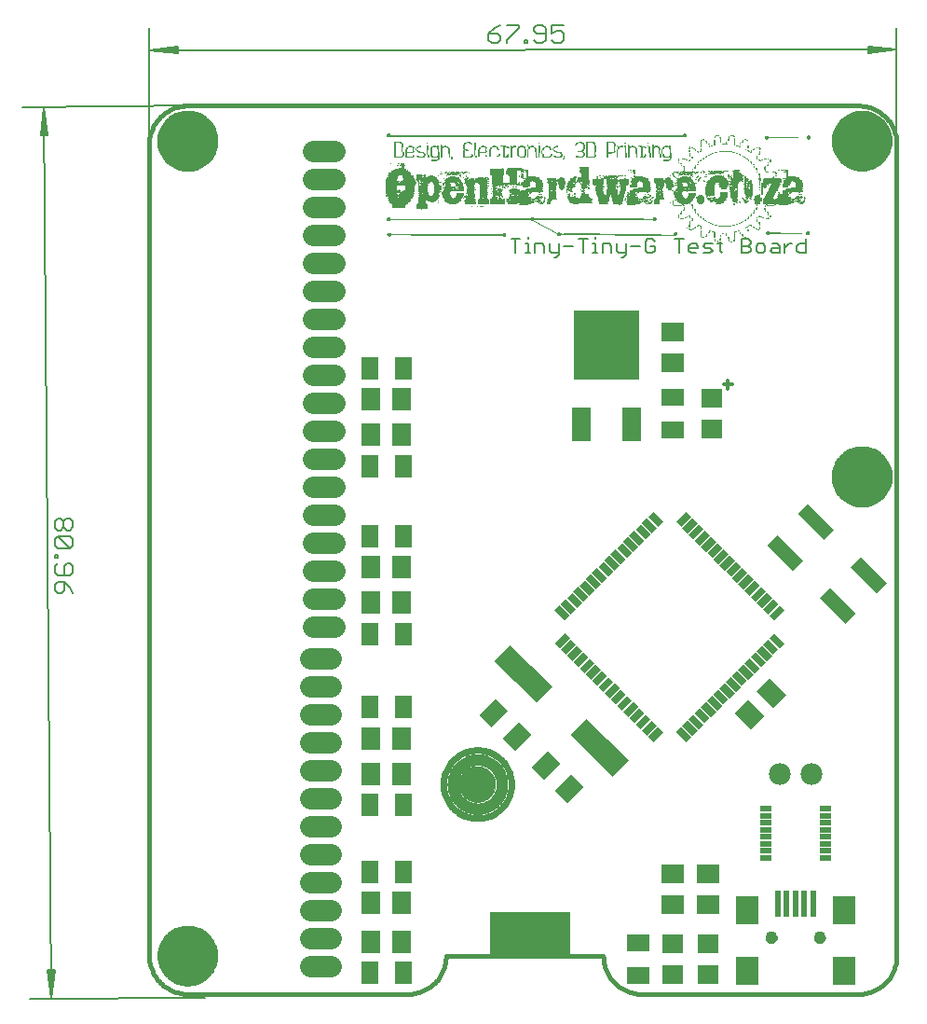
<source format=gts>
G75*
G70*
%OFA0B0*%
%FSLAX24Y24*%
%IPPOS*%
%LPD*%
%AMOC8*
5,1,8,0,0,1.08239X$1,22.5*
%
%ADD10C,0.0160*%
%ADD11C,0.0051*%
%ADD12C,0.0060*%
%ADD13C,0.0000*%
%ADD14C,0.1300*%
%ADD15C,0.0120*%
%ADD16R,0.0033X0.0033*%
%ADD17R,0.0034X0.0033*%
%ADD18R,0.0033X0.0033*%
%ADD19R,0.0034X0.0033*%
%ADD20R,0.0067X0.0033*%
%ADD21R,0.0067X0.0033*%
%ADD22R,0.0100X0.0033*%
%ADD23R,0.0133X0.0033*%
%ADD24R,0.3433X0.0033*%
%ADD25R,0.0134X0.0033*%
%ADD26R,0.2233X0.0033*%
%ADD27R,0.4267X0.0033*%
%ADD28R,0.3734X0.0033*%
%ADD29R,0.0133X0.0033*%
%ADD30R,0.0100X0.0033*%
%ADD31R,0.0134X0.0033*%
%ADD32R,0.0167X0.0033*%
%ADD33R,0.1300X0.0033*%
%ADD34R,0.0066X0.0033*%
%ADD35R,0.0533X0.0033*%
%ADD36R,0.0066X0.0033*%
%ADD37R,0.0467X0.0033*%
%ADD38R,0.9667X0.0033*%
%ADD39R,0.6600X0.0033*%
%ADD40R,0.0166X0.0033*%
%ADD41R,0.0400X0.0033*%
%ADD42R,0.0434X0.0033*%
%ADD43R,0.0434X0.0033*%
%ADD44R,0.0400X0.0033*%
%ADD45R,0.0300X0.0033*%
%ADD46R,0.0267X0.0033*%
%ADD47R,0.0500X0.0033*%
%ADD48R,0.0333X0.0033*%
%ADD49R,0.0567X0.0033*%
%ADD50R,0.0334X0.0033*%
%ADD51R,0.0266X0.0033*%
%ADD52R,0.0534X0.0033*%
%ADD53R,0.0333X0.0033*%
%ADD54R,0.0433X0.0033*%
%ADD55R,0.0166X0.0033*%
%ADD56R,0.0233X0.0033*%
%ADD57R,0.0167X0.0033*%
%ADD58R,0.1000X0.0033*%
%ADD59R,0.0633X0.0033*%
%ADD60R,0.0266X0.0033*%
%ADD61R,0.0534X0.0033*%
%ADD62R,0.0933X0.0033*%
%ADD63R,0.0367X0.0033*%
%ADD64R,0.0334X0.0033*%
%ADD65R,0.0433X0.0033*%
%ADD66R,0.0200X0.0033*%
%ADD67R,0.0234X0.0033*%
%ADD68R,0.0233X0.0033*%
%ADD69R,0.1100X0.0033*%
%ADD70R,0.0734X0.0033*%
%ADD71R,0.1000X0.0033*%
%ADD72R,0.0800X0.0033*%
%ADD73R,0.0567X0.0033*%
%ADD74R,0.1133X0.0033*%
%ADD75R,0.0767X0.0033*%
%ADD76R,0.0300X0.0033*%
%ADD77R,0.0967X0.0033*%
%ADD78R,0.0200X0.0033*%
%ADD79R,0.0800X0.0033*%
%ADD80R,0.0500X0.0033*%
%ADD81R,0.0267X0.0033*%
%ADD82R,0.0566X0.0033*%
%ADD83R,0.1100X0.0033*%
%ADD84R,0.0833X0.0033*%
%ADD85R,0.0666X0.0033*%
%ADD86R,0.0600X0.0033*%
%ADD87R,0.0733X0.0033*%
%ADD88R,0.0834X0.0033*%
%ADD89R,0.0667X0.0033*%
%ADD90R,0.0634X0.0033*%
%ADD91R,0.0700X0.0033*%
%ADD92R,0.1167X0.0033*%
%ADD93R,0.0467X0.0033*%
%ADD94R,0.0867X0.0033*%
%ADD95R,0.0900X0.0033*%
%ADD96R,0.0733X0.0033*%
%ADD97R,0.0234X0.0033*%
%ADD98R,0.0367X0.0033*%
%ADD99R,0.0366X0.0033*%
%ADD100R,0.0767X0.0033*%
%ADD101R,0.0466X0.0033*%
%ADD102R,0.0967X0.0033*%
%ADD103R,0.0766X0.0033*%
%ADD104R,0.0466X0.0033*%
%ADD105R,0.0566X0.0033*%
%ADD106R,0.1033X0.0033*%
%ADD107R,0.0366X0.0033*%
%ADD108R,0.0633X0.0033*%
%ADD109R,0.0634X0.0033*%
%ADD110R,0.1067X0.0033*%
%ADD111R,0.1067X0.0033*%
%ADD112R,0.0900X0.0033*%
%ADD113R,0.0667X0.0033*%
%ADD114R,0.0833X0.0033*%
%ADD115R,0.0600X0.0033*%
%ADD116R,0.1200X0.0033*%
%ADD117R,1.0734X0.0033*%
%ADD118R,1.0734X0.0033*%
%ADD119C,0.0070*%
%ADD120R,0.0260X0.0510*%
%ADD121R,0.0510X0.0260*%
%ADD122R,0.2140X0.0800*%
%ADD123R,0.0631X0.0827*%
%ADD124R,0.1300X0.0512*%
%ADD125R,0.0670X0.0827*%
%ADD126R,0.0640X0.1340*%
%ADD127R,0.2900X0.1600*%
%ADD128C,0.0780*%
%ADD129R,0.0400X0.0200*%
%ADD130R,0.0827X0.0631*%
%ADD131R,0.0827X0.0985*%
%ADD132R,0.0237X0.0949*%
%ADD133C,0.0434*%
%ADD134R,0.0827X0.0670*%
%ADD135R,0.0750X0.0670*%
%ADD136C,0.0780*%
%ADD137R,0.2323X0.2481*%
%ADD138R,0.0670X0.1221*%
D10*
X004642Y002930D02*
X004642Y031925D01*
X004642Y031930D02*
X004644Y032002D01*
X004650Y032074D01*
X004659Y032145D01*
X004672Y032216D01*
X004689Y032286D01*
X004709Y032355D01*
X004733Y032423D01*
X004761Y032489D01*
X004792Y032554D01*
X004826Y032618D01*
X004864Y032679D01*
X004905Y032738D01*
X004948Y032795D01*
X004995Y032850D01*
X005045Y032902D01*
X005097Y032952D01*
X005152Y032999D01*
X005209Y033042D01*
X005268Y033083D01*
X005330Y033121D01*
X005393Y033155D01*
X005458Y033186D01*
X005524Y033214D01*
X005592Y033238D01*
X005661Y033258D01*
X005731Y033275D01*
X005802Y033288D01*
X005873Y033297D01*
X005945Y033303D01*
X006017Y033305D01*
X005892Y033305D02*
X030012Y033305D01*
X029142Y032055D02*
X029144Y032118D01*
X029150Y032180D01*
X029160Y032242D01*
X029173Y032304D01*
X029191Y032364D01*
X029212Y032423D01*
X029237Y032481D01*
X029266Y032537D01*
X029298Y032591D01*
X029333Y032643D01*
X029371Y032692D01*
X029413Y032740D01*
X029457Y032784D01*
X029505Y032826D01*
X029554Y032864D01*
X029606Y032899D01*
X029660Y032931D01*
X029716Y032960D01*
X029774Y032985D01*
X029833Y033006D01*
X029893Y033024D01*
X029955Y033037D01*
X030017Y033047D01*
X030079Y033053D01*
X030142Y033055D01*
X030205Y033053D01*
X030267Y033047D01*
X030329Y033037D01*
X030391Y033024D01*
X030451Y033006D01*
X030510Y032985D01*
X030568Y032960D01*
X030624Y032931D01*
X030678Y032899D01*
X030730Y032864D01*
X030779Y032826D01*
X030827Y032784D01*
X030871Y032740D01*
X030913Y032692D01*
X030951Y032643D01*
X030986Y032591D01*
X031018Y032537D01*
X031047Y032481D01*
X031072Y032423D01*
X031093Y032364D01*
X031111Y032304D01*
X031124Y032242D01*
X031134Y032180D01*
X031140Y032118D01*
X031142Y032055D01*
X031140Y031992D01*
X031134Y031930D01*
X031124Y031868D01*
X031111Y031806D01*
X031093Y031746D01*
X031072Y031687D01*
X031047Y031629D01*
X031018Y031573D01*
X030986Y031519D01*
X030951Y031467D01*
X030913Y031418D01*
X030871Y031370D01*
X030827Y031326D01*
X030779Y031284D01*
X030730Y031246D01*
X030678Y031211D01*
X030624Y031179D01*
X030568Y031150D01*
X030510Y031125D01*
X030451Y031104D01*
X030391Y031086D01*
X030329Y031073D01*
X030267Y031063D01*
X030205Y031057D01*
X030142Y031055D01*
X030079Y031057D01*
X030017Y031063D01*
X029955Y031073D01*
X029893Y031086D01*
X029833Y031104D01*
X029774Y031125D01*
X029716Y031150D01*
X029660Y031179D01*
X029606Y031211D01*
X029554Y031246D01*
X029505Y031284D01*
X029457Y031326D01*
X029413Y031370D01*
X029371Y031418D01*
X029333Y031467D01*
X029298Y031519D01*
X029266Y031573D01*
X029237Y031629D01*
X029212Y031687D01*
X029191Y031746D01*
X029173Y031806D01*
X029160Y031868D01*
X029150Y031930D01*
X029144Y031992D01*
X029142Y032055D01*
X030017Y033305D02*
X030089Y033303D01*
X030161Y033297D01*
X030232Y033288D01*
X030303Y033275D01*
X030373Y033258D01*
X030442Y033238D01*
X030510Y033214D01*
X030576Y033186D01*
X030641Y033155D01*
X030705Y033121D01*
X030766Y033083D01*
X030825Y033042D01*
X030882Y032999D01*
X030937Y032952D01*
X030989Y032902D01*
X031039Y032850D01*
X031086Y032795D01*
X031129Y032738D01*
X031170Y032679D01*
X031208Y032618D01*
X031242Y032554D01*
X031273Y032489D01*
X031301Y032423D01*
X031325Y032355D01*
X031345Y032286D01*
X031362Y032216D01*
X031375Y032145D01*
X031384Y032074D01*
X031390Y032002D01*
X031392Y031930D01*
X031392Y002805D01*
X031392Y002930D02*
X031390Y002858D01*
X031384Y002786D01*
X031375Y002715D01*
X031362Y002644D01*
X031345Y002574D01*
X031325Y002505D01*
X031301Y002437D01*
X031273Y002371D01*
X031242Y002306D01*
X031208Y002243D01*
X031170Y002181D01*
X031129Y002122D01*
X031086Y002065D01*
X031039Y002010D01*
X030989Y001958D01*
X030937Y001908D01*
X030882Y001861D01*
X030825Y001818D01*
X030766Y001777D01*
X030705Y001739D01*
X030641Y001705D01*
X030576Y001674D01*
X030510Y001646D01*
X030442Y001622D01*
X030373Y001602D01*
X030303Y001585D01*
X030232Y001572D01*
X030161Y001563D01*
X030089Y001557D01*
X030017Y001555D01*
X022267Y001555D01*
X022195Y001557D01*
X022123Y001563D01*
X022052Y001572D01*
X021981Y001585D01*
X021911Y001602D01*
X021842Y001622D01*
X021774Y001646D01*
X021708Y001674D01*
X021643Y001705D01*
X021580Y001739D01*
X021518Y001777D01*
X021459Y001818D01*
X021402Y001861D01*
X021347Y001908D01*
X021295Y001958D01*
X021245Y002010D01*
X021198Y002065D01*
X021155Y002122D01*
X021114Y002181D01*
X021076Y002243D01*
X021042Y002306D01*
X021011Y002371D01*
X020983Y002437D01*
X020959Y002505D01*
X020939Y002574D01*
X020922Y002644D01*
X020909Y002715D01*
X020900Y002786D01*
X020894Y002858D01*
X020892Y002930D01*
X015267Y002930D01*
X015265Y002858D01*
X015259Y002786D01*
X015250Y002715D01*
X015237Y002644D01*
X015220Y002574D01*
X015200Y002505D01*
X015176Y002437D01*
X015148Y002371D01*
X015117Y002306D01*
X015083Y002243D01*
X015045Y002181D01*
X015004Y002122D01*
X014961Y002065D01*
X014914Y002010D01*
X014864Y001958D01*
X014812Y001908D01*
X014757Y001861D01*
X014700Y001818D01*
X014641Y001777D01*
X014580Y001739D01*
X014516Y001705D01*
X014451Y001674D01*
X014385Y001646D01*
X014317Y001622D01*
X014248Y001602D01*
X014178Y001585D01*
X014107Y001572D01*
X014036Y001563D01*
X013964Y001557D01*
X013892Y001555D01*
X006017Y001555D01*
X005017Y002930D02*
X005019Y002993D01*
X005025Y003055D01*
X005035Y003117D01*
X005048Y003179D01*
X005066Y003239D01*
X005087Y003298D01*
X005112Y003356D01*
X005141Y003412D01*
X005173Y003466D01*
X005208Y003518D01*
X005246Y003567D01*
X005288Y003615D01*
X005332Y003659D01*
X005380Y003701D01*
X005429Y003739D01*
X005481Y003774D01*
X005535Y003806D01*
X005591Y003835D01*
X005649Y003860D01*
X005708Y003881D01*
X005768Y003899D01*
X005830Y003912D01*
X005892Y003922D01*
X005954Y003928D01*
X006017Y003930D01*
X006080Y003928D01*
X006142Y003922D01*
X006204Y003912D01*
X006266Y003899D01*
X006326Y003881D01*
X006385Y003860D01*
X006443Y003835D01*
X006499Y003806D01*
X006553Y003774D01*
X006605Y003739D01*
X006654Y003701D01*
X006702Y003659D01*
X006746Y003615D01*
X006788Y003567D01*
X006826Y003518D01*
X006861Y003466D01*
X006893Y003412D01*
X006922Y003356D01*
X006947Y003298D01*
X006968Y003239D01*
X006986Y003179D01*
X006999Y003117D01*
X007009Y003055D01*
X007015Y002993D01*
X007017Y002930D01*
X007015Y002867D01*
X007009Y002805D01*
X006999Y002743D01*
X006986Y002681D01*
X006968Y002621D01*
X006947Y002562D01*
X006922Y002504D01*
X006893Y002448D01*
X006861Y002394D01*
X006826Y002342D01*
X006788Y002293D01*
X006746Y002245D01*
X006702Y002201D01*
X006654Y002159D01*
X006605Y002121D01*
X006553Y002086D01*
X006499Y002054D01*
X006443Y002025D01*
X006385Y002000D01*
X006326Y001979D01*
X006266Y001961D01*
X006204Y001948D01*
X006142Y001938D01*
X006080Y001932D01*
X006017Y001930D01*
X005954Y001932D01*
X005892Y001938D01*
X005830Y001948D01*
X005768Y001961D01*
X005708Y001979D01*
X005649Y002000D01*
X005591Y002025D01*
X005535Y002054D01*
X005481Y002086D01*
X005429Y002121D01*
X005380Y002159D01*
X005332Y002201D01*
X005288Y002245D01*
X005246Y002293D01*
X005208Y002342D01*
X005173Y002394D01*
X005141Y002448D01*
X005112Y002504D01*
X005087Y002562D01*
X005066Y002621D01*
X005048Y002681D01*
X005035Y002743D01*
X005025Y002805D01*
X005019Y002867D01*
X005017Y002930D01*
X005142Y002930D02*
X005144Y002989D01*
X005150Y003048D01*
X005160Y003106D01*
X005174Y003164D01*
X005191Y003220D01*
X005213Y003275D01*
X005238Y003329D01*
X005267Y003380D01*
X005299Y003430D01*
X005334Y003477D01*
X005373Y003522D01*
X005414Y003564D01*
X005458Y003603D01*
X005505Y003640D01*
X005554Y003673D01*
X005605Y003702D01*
X005658Y003728D01*
X005713Y003751D01*
X005769Y003769D01*
X005826Y003784D01*
X005885Y003795D01*
X005943Y003802D01*
X006002Y003805D01*
X006061Y003804D01*
X006120Y003799D01*
X006179Y003790D01*
X006236Y003777D01*
X006293Y003760D01*
X006348Y003740D01*
X006402Y003716D01*
X006454Y003688D01*
X006505Y003657D01*
X006553Y003622D01*
X006598Y003584D01*
X006641Y003543D01*
X006681Y003500D01*
X006718Y003454D01*
X006752Y003405D01*
X006782Y003355D01*
X006809Y003302D01*
X006832Y003248D01*
X006852Y003192D01*
X006868Y003135D01*
X006880Y003077D01*
X006888Y003019D01*
X006892Y002960D01*
X006892Y002900D01*
X006888Y002841D01*
X006880Y002783D01*
X006868Y002725D01*
X006852Y002668D01*
X006832Y002612D01*
X006809Y002558D01*
X006782Y002505D01*
X006752Y002455D01*
X006718Y002406D01*
X006681Y002360D01*
X006641Y002317D01*
X006598Y002276D01*
X006553Y002238D01*
X006505Y002203D01*
X006455Y002172D01*
X006402Y002144D01*
X006348Y002120D01*
X006293Y002100D01*
X006236Y002083D01*
X006179Y002070D01*
X006120Y002061D01*
X006061Y002056D01*
X006002Y002055D01*
X005943Y002058D01*
X005885Y002065D01*
X005826Y002076D01*
X005769Y002091D01*
X005713Y002109D01*
X005658Y002132D01*
X005605Y002158D01*
X005554Y002187D01*
X005505Y002220D01*
X005458Y002257D01*
X005414Y002296D01*
X005373Y002338D01*
X005334Y002383D01*
X005299Y002430D01*
X005267Y002480D01*
X005238Y002531D01*
X005213Y002585D01*
X005191Y002640D01*
X005174Y002696D01*
X005160Y002754D01*
X005150Y002812D01*
X005144Y002871D01*
X005142Y002930D01*
X005257Y002930D02*
X005259Y002985D01*
X005265Y003039D01*
X005275Y003093D01*
X005288Y003147D01*
X005306Y003199D01*
X005327Y003249D01*
X005352Y003298D01*
X005380Y003345D01*
X005412Y003390D01*
X005447Y003432D01*
X005484Y003472D01*
X005525Y003509D01*
X005568Y003543D01*
X005613Y003574D01*
X005661Y003601D01*
X005710Y003625D01*
X005761Y003646D01*
X005814Y003662D01*
X005867Y003675D01*
X005921Y003684D01*
X005976Y003689D01*
X006031Y003690D01*
X006086Y003687D01*
X006140Y003680D01*
X006194Y003669D01*
X006247Y003654D01*
X006298Y003636D01*
X006349Y003614D01*
X006397Y003588D01*
X006444Y003559D01*
X006488Y003527D01*
X006530Y003491D01*
X006569Y003453D01*
X006605Y003411D01*
X006638Y003368D01*
X006668Y003322D01*
X006695Y003274D01*
X006718Y003224D01*
X006737Y003173D01*
X006753Y003120D01*
X006765Y003066D01*
X006773Y003012D01*
X006777Y002957D01*
X006777Y002903D01*
X006773Y002848D01*
X006765Y002794D01*
X006753Y002740D01*
X006737Y002687D01*
X006718Y002636D01*
X006695Y002586D01*
X006668Y002538D01*
X006638Y002492D01*
X006605Y002449D01*
X006569Y002407D01*
X006530Y002369D01*
X006488Y002333D01*
X006444Y002301D01*
X006397Y002272D01*
X006349Y002246D01*
X006298Y002224D01*
X006247Y002206D01*
X006194Y002191D01*
X006140Y002180D01*
X006086Y002173D01*
X006031Y002170D01*
X005976Y002171D01*
X005921Y002176D01*
X005867Y002185D01*
X005814Y002198D01*
X005761Y002214D01*
X005710Y002235D01*
X005661Y002259D01*
X005613Y002286D01*
X005568Y002317D01*
X005525Y002351D01*
X005484Y002388D01*
X005447Y002428D01*
X005412Y002470D01*
X005380Y002515D01*
X005352Y002562D01*
X005327Y002611D01*
X005306Y002661D01*
X005288Y002713D01*
X005275Y002767D01*
X005265Y002821D01*
X005259Y002875D01*
X005257Y002930D01*
X005392Y002930D02*
X005394Y002980D01*
X005400Y003029D01*
X005410Y003078D01*
X005423Y003125D01*
X005441Y003172D01*
X005462Y003217D01*
X005486Y003260D01*
X005514Y003301D01*
X005545Y003340D01*
X005579Y003376D01*
X005616Y003410D01*
X005656Y003440D01*
X005697Y003467D01*
X005741Y003491D01*
X005786Y003511D01*
X005833Y003527D01*
X005881Y003540D01*
X005930Y003549D01*
X005980Y003554D01*
X006029Y003555D01*
X006079Y003552D01*
X006128Y003545D01*
X006177Y003534D01*
X006224Y003520D01*
X006270Y003501D01*
X006315Y003479D01*
X006358Y003454D01*
X006398Y003425D01*
X006436Y003393D01*
X006472Y003359D01*
X006505Y003321D01*
X006534Y003281D01*
X006560Y003239D01*
X006583Y003195D01*
X006602Y003149D01*
X006618Y003102D01*
X006630Y003053D01*
X006638Y003004D01*
X006642Y002955D01*
X006642Y002905D01*
X006638Y002856D01*
X006630Y002807D01*
X006618Y002758D01*
X006602Y002711D01*
X006583Y002665D01*
X006560Y002621D01*
X006534Y002579D01*
X006505Y002539D01*
X006472Y002501D01*
X006436Y002467D01*
X006398Y002435D01*
X006358Y002406D01*
X006315Y002381D01*
X006270Y002359D01*
X006224Y002340D01*
X006177Y002326D01*
X006128Y002315D01*
X006079Y002308D01*
X006029Y002305D01*
X005980Y002306D01*
X005930Y002311D01*
X005881Y002320D01*
X005833Y002333D01*
X005786Y002349D01*
X005741Y002369D01*
X005697Y002393D01*
X005656Y002420D01*
X005616Y002450D01*
X005579Y002484D01*
X005545Y002520D01*
X005514Y002559D01*
X005486Y002600D01*
X005462Y002643D01*
X005441Y002688D01*
X005423Y002735D01*
X005410Y002782D01*
X005400Y002831D01*
X005394Y002880D01*
X005392Y002930D01*
X004642Y002930D02*
X004644Y002858D01*
X004650Y002786D01*
X004659Y002715D01*
X004672Y002644D01*
X004689Y002574D01*
X004709Y002505D01*
X004733Y002437D01*
X004761Y002371D01*
X004792Y002306D01*
X004826Y002243D01*
X004864Y002181D01*
X004905Y002122D01*
X004948Y002065D01*
X004995Y002010D01*
X005045Y001958D01*
X005097Y001908D01*
X005152Y001861D01*
X005209Y001818D01*
X005268Y001777D01*
X005329Y001739D01*
X005393Y001705D01*
X005458Y001674D01*
X005524Y001646D01*
X005592Y001622D01*
X005661Y001602D01*
X005731Y001585D01*
X005802Y001572D01*
X005873Y001563D01*
X005945Y001557D01*
X006017Y001555D01*
X015142Y009055D02*
X015144Y009125D01*
X015150Y009195D01*
X015160Y009264D01*
X015173Y009333D01*
X015191Y009401D01*
X015212Y009468D01*
X015237Y009533D01*
X015266Y009597D01*
X015298Y009660D01*
X015334Y009720D01*
X015373Y009778D01*
X015415Y009834D01*
X015460Y009888D01*
X015508Y009939D01*
X015559Y009987D01*
X015613Y010032D01*
X015669Y010074D01*
X015727Y010113D01*
X015787Y010149D01*
X015850Y010181D01*
X015914Y010210D01*
X015979Y010235D01*
X016046Y010256D01*
X016114Y010274D01*
X016183Y010287D01*
X016252Y010297D01*
X016322Y010303D01*
X016392Y010305D01*
X016462Y010303D01*
X016532Y010297D01*
X016601Y010287D01*
X016670Y010274D01*
X016738Y010256D01*
X016805Y010235D01*
X016870Y010210D01*
X016934Y010181D01*
X016997Y010149D01*
X017057Y010113D01*
X017115Y010074D01*
X017171Y010032D01*
X017225Y009987D01*
X017276Y009939D01*
X017324Y009888D01*
X017369Y009834D01*
X017411Y009778D01*
X017450Y009720D01*
X017486Y009660D01*
X017518Y009597D01*
X017547Y009533D01*
X017572Y009468D01*
X017593Y009401D01*
X017611Y009333D01*
X017624Y009264D01*
X017634Y009195D01*
X017640Y009125D01*
X017642Y009055D01*
X017640Y008985D01*
X017634Y008915D01*
X017624Y008846D01*
X017611Y008777D01*
X017593Y008709D01*
X017572Y008642D01*
X017547Y008577D01*
X017518Y008513D01*
X017486Y008450D01*
X017450Y008390D01*
X017411Y008332D01*
X017369Y008276D01*
X017324Y008222D01*
X017276Y008171D01*
X017225Y008123D01*
X017171Y008078D01*
X017115Y008036D01*
X017057Y007997D01*
X016997Y007961D01*
X016934Y007929D01*
X016870Y007900D01*
X016805Y007875D01*
X016738Y007854D01*
X016670Y007836D01*
X016601Y007823D01*
X016532Y007813D01*
X016462Y007807D01*
X016392Y007805D01*
X016322Y007807D01*
X016252Y007813D01*
X016183Y007823D01*
X016114Y007836D01*
X016046Y007854D01*
X015979Y007875D01*
X015914Y007900D01*
X015850Y007929D01*
X015787Y007961D01*
X015727Y007997D01*
X015669Y008036D01*
X015613Y008078D01*
X015559Y008123D01*
X015508Y008171D01*
X015460Y008222D01*
X015415Y008276D01*
X015373Y008332D01*
X015334Y008390D01*
X015298Y008450D01*
X015266Y008513D01*
X015237Y008577D01*
X015212Y008642D01*
X015191Y008709D01*
X015173Y008777D01*
X015160Y008846D01*
X015150Y008915D01*
X015144Y008985D01*
X015142Y009055D01*
X015206Y009055D02*
X015208Y009123D01*
X015214Y009191D01*
X015224Y009259D01*
X015237Y009326D01*
X015255Y009392D01*
X015276Y009457D01*
X015301Y009521D01*
X015330Y009583D01*
X015362Y009643D01*
X015398Y009701D01*
X015437Y009758D01*
X015479Y009812D01*
X015524Y009863D01*
X015572Y009912D01*
X015622Y009957D01*
X015676Y010000D01*
X015731Y010040D01*
X015789Y010076D01*
X015849Y010109D01*
X015911Y010139D01*
X015974Y010165D01*
X016039Y010187D01*
X016104Y010206D01*
X016171Y010220D01*
X016239Y010231D01*
X016307Y010238D01*
X016375Y010241D01*
X016443Y010240D01*
X016511Y010235D01*
X016579Y010226D01*
X016646Y010213D01*
X016713Y010197D01*
X016778Y010176D01*
X016842Y010152D01*
X016904Y010125D01*
X016965Y010093D01*
X017024Y010059D01*
X017081Y010020D01*
X017135Y009979D01*
X017187Y009935D01*
X017237Y009888D01*
X017283Y009838D01*
X017327Y009785D01*
X017367Y009730D01*
X017405Y009672D01*
X017438Y009613D01*
X017469Y009552D01*
X017496Y009489D01*
X017519Y009425D01*
X017538Y009359D01*
X017554Y009293D01*
X017566Y009225D01*
X017574Y009157D01*
X017578Y009089D01*
X017578Y009021D01*
X017574Y008953D01*
X017566Y008885D01*
X017554Y008817D01*
X017538Y008751D01*
X017519Y008685D01*
X017496Y008621D01*
X017469Y008558D01*
X017438Y008497D01*
X017405Y008438D01*
X017367Y008380D01*
X017327Y008325D01*
X017283Y008272D01*
X017237Y008222D01*
X017187Y008175D01*
X017135Y008131D01*
X017081Y008090D01*
X017024Y008051D01*
X016965Y008017D01*
X016904Y007985D01*
X016842Y007958D01*
X016778Y007934D01*
X016713Y007913D01*
X016646Y007897D01*
X016579Y007884D01*
X016511Y007875D01*
X016443Y007870D01*
X016375Y007869D01*
X016307Y007872D01*
X016239Y007879D01*
X016171Y007890D01*
X016104Y007904D01*
X016039Y007923D01*
X015974Y007945D01*
X015911Y007971D01*
X015849Y008001D01*
X015789Y008034D01*
X015731Y008070D01*
X015676Y008110D01*
X015622Y008153D01*
X015572Y008198D01*
X015524Y008247D01*
X015479Y008298D01*
X015437Y008352D01*
X015398Y008409D01*
X015362Y008467D01*
X015330Y008527D01*
X015301Y008589D01*
X015276Y008653D01*
X015255Y008718D01*
X015237Y008784D01*
X015224Y008851D01*
X015214Y008919D01*
X015208Y008987D01*
X015206Y009055D01*
X015392Y009055D02*
X015394Y009118D01*
X015400Y009180D01*
X015410Y009242D01*
X015423Y009304D01*
X015441Y009364D01*
X015462Y009423D01*
X015487Y009481D01*
X015516Y009537D01*
X015548Y009591D01*
X015583Y009643D01*
X015621Y009692D01*
X015663Y009740D01*
X015707Y009784D01*
X015755Y009826D01*
X015804Y009864D01*
X015856Y009899D01*
X015910Y009931D01*
X015966Y009960D01*
X016024Y009985D01*
X016083Y010006D01*
X016143Y010024D01*
X016205Y010037D01*
X016267Y010047D01*
X016329Y010053D01*
X016392Y010055D01*
X016455Y010053D01*
X016517Y010047D01*
X016579Y010037D01*
X016641Y010024D01*
X016701Y010006D01*
X016760Y009985D01*
X016818Y009960D01*
X016874Y009931D01*
X016928Y009899D01*
X016980Y009864D01*
X017029Y009826D01*
X017077Y009784D01*
X017121Y009740D01*
X017163Y009692D01*
X017201Y009643D01*
X017236Y009591D01*
X017268Y009537D01*
X017297Y009481D01*
X017322Y009423D01*
X017343Y009364D01*
X017361Y009304D01*
X017374Y009242D01*
X017384Y009180D01*
X017390Y009118D01*
X017392Y009055D01*
X017390Y008992D01*
X017384Y008930D01*
X017374Y008868D01*
X017361Y008806D01*
X017343Y008746D01*
X017322Y008687D01*
X017297Y008629D01*
X017268Y008573D01*
X017236Y008519D01*
X017201Y008467D01*
X017163Y008418D01*
X017121Y008370D01*
X017077Y008326D01*
X017029Y008284D01*
X016980Y008246D01*
X016928Y008211D01*
X016874Y008179D01*
X016818Y008150D01*
X016760Y008125D01*
X016701Y008104D01*
X016641Y008086D01*
X016579Y008073D01*
X016517Y008063D01*
X016455Y008057D01*
X016392Y008055D01*
X016329Y008057D01*
X016267Y008063D01*
X016205Y008073D01*
X016143Y008086D01*
X016083Y008104D01*
X016024Y008125D01*
X015966Y008150D01*
X015910Y008179D01*
X015856Y008211D01*
X015804Y008246D01*
X015755Y008284D01*
X015707Y008326D01*
X015663Y008370D01*
X015621Y008418D01*
X015583Y008467D01*
X015548Y008519D01*
X015516Y008573D01*
X015487Y008629D01*
X015462Y008687D01*
X015441Y008746D01*
X015423Y008806D01*
X015410Y008868D01*
X015400Y008930D01*
X015394Y008992D01*
X015392Y009055D01*
X015517Y009055D02*
X015519Y009114D01*
X015525Y009173D01*
X015535Y009231D01*
X015549Y009289D01*
X015566Y009345D01*
X015588Y009400D01*
X015613Y009454D01*
X015642Y009505D01*
X015674Y009555D01*
X015709Y009602D01*
X015748Y009647D01*
X015789Y009689D01*
X015833Y009728D01*
X015880Y009765D01*
X015929Y009798D01*
X015980Y009827D01*
X016033Y009853D01*
X016088Y009876D01*
X016144Y009894D01*
X016201Y009909D01*
X016260Y009920D01*
X016318Y009927D01*
X016377Y009930D01*
X016436Y009929D01*
X016495Y009924D01*
X016554Y009915D01*
X016611Y009902D01*
X016668Y009885D01*
X016723Y009865D01*
X016777Y009841D01*
X016829Y009813D01*
X016880Y009782D01*
X016928Y009747D01*
X016973Y009709D01*
X017016Y009668D01*
X017056Y009625D01*
X017093Y009579D01*
X017127Y009530D01*
X017157Y009480D01*
X017184Y009427D01*
X017207Y009373D01*
X017227Y009317D01*
X017243Y009260D01*
X017255Y009202D01*
X017263Y009144D01*
X017267Y009085D01*
X017267Y009025D01*
X017263Y008966D01*
X017255Y008908D01*
X017243Y008850D01*
X017227Y008793D01*
X017207Y008737D01*
X017184Y008683D01*
X017157Y008630D01*
X017127Y008580D01*
X017093Y008531D01*
X017056Y008485D01*
X017016Y008442D01*
X016973Y008401D01*
X016928Y008363D01*
X016880Y008328D01*
X016830Y008297D01*
X016777Y008269D01*
X016723Y008245D01*
X016668Y008225D01*
X016611Y008208D01*
X016554Y008195D01*
X016495Y008186D01*
X016436Y008181D01*
X016377Y008180D01*
X016318Y008183D01*
X016260Y008190D01*
X016201Y008201D01*
X016144Y008216D01*
X016088Y008234D01*
X016033Y008257D01*
X015980Y008283D01*
X015929Y008312D01*
X015880Y008345D01*
X015833Y008382D01*
X015789Y008421D01*
X015748Y008463D01*
X015709Y008508D01*
X015674Y008555D01*
X015642Y008605D01*
X015613Y008656D01*
X015588Y008710D01*
X015566Y008765D01*
X015549Y008821D01*
X015535Y008879D01*
X015525Y008937D01*
X015519Y008996D01*
X015517Y009055D01*
X015632Y009055D02*
X015634Y009110D01*
X015640Y009164D01*
X015650Y009218D01*
X015663Y009272D01*
X015681Y009324D01*
X015702Y009374D01*
X015727Y009423D01*
X015755Y009470D01*
X015787Y009515D01*
X015822Y009557D01*
X015859Y009597D01*
X015900Y009634D01*
X015943Y009668D01*
X015988Y009699D01*
X016036Y009726D01*
X016085Y009750D01*
X016136Y009771D01*
X016189Y009787D01*
X016242Y009800D01*
X016296Y009809D01*
X016351Y009814D01*
X016406Y009815D01*
X016461Y009812D01*
X016515Y009805D01*
X016569Y009794D01*
X016622Y009779D01*
X016673Y009761D01*
X016724Y009739D01*
X016772Y009713D01*
X016819Y009684D01*
X016863Y009652D01*
X016905Y009616D01*
X016944Y009578D01*
X016980Y009536D01*
X017013Y009493D01*
X017043Y009447D01*
X017070Y009399D01*
X017093Y009349D01*
X017112Y009298D01*
X017128Y009245D01*
X017140Y009191D01*
X017148Y009137D01*
X017152Y009082D01*
X017152Y009028D01*
X017148Y008973D01*
X017140Y008919D01*
X017128Y008865D01*
X017112Y008812D01*
X017093Y008761D01*
X017070Y008711D01*
X017043Y008663D01*
X017013Y008617D01*
X016980Y008574D01*
X016944Y008532D01*
X016905Y008494D01*
X016863Y008458D01*
X016819Y008426D01*
X016772Y008397D01*
X016724Y008371D01*
X016673Y008349D01*
X016622Y008331D01*
X016569Y008316D01*
X016515Y008305D01*
X016461Y008298D01*
X016406Y008295D01*
X016351Y008296D01*
X016296Y008301D01*
X016242Y008310D01*
X016189Y008323D01*
X016136Y008339D01*
X016085Y008360D01*
X016036Y008384D01*
X015988Y008411D01*
X015943Y008442D01*
X015900Y008476D01*
X015859Y008513D01*
X015822Y008553D01*
X015787Y008595D01*
X015755Y008640D01*
X015727Y008687D01*
X015702Y008736D01*
X015681Y008786D01*
X015663Y008838D01*
X015650Y008892D01*
X015640Y008946D01*
X015634Y009000D01*
X015632Y009055D01*
X029134Y020055D02*
X029136Y020118D01*
X029142Y020181D01*
X029152Y020244D01*
X029166Y020306D01*
X029183Y020366D01*
X029205Y020426D01*
X029230Y020484D01*
X029259Y020541D01*
X029291Y020595D01*
X029327Y020647D01*
X029365Y020698D01*
X029407Y020745D01*
X029452Y020790D01*
X029499Y020832D01*
X029550Y020870D01*
X029602Y020906D01*
X029656Y020938D01*
X029713Y020967D01*
X029771Y020992D01*
X029831Y021014D01*
X029891Y021031D01*
X029953Y021045D01*
X030016Y021055D01*
X030079Y021061D01*
X030142Y021063D01*
X030205Y021061D01*
X030268Y021055D01*
X030331Y021045D01*
X030393Y021031D01*
X030453Y021014D01*
X030513Y020992D01*
X030571Y020967D01*
X030628Y020938D01*
X030682Y020906D01*
X030734Y020870D01*
X030785Y020832D01*
X030832Y020790D01*
X030877Y020745D01*
X030919Y020698D01*
X030957Y020647D01*
X030993Y020595D01*
X031025Y020541D01*
X031054Y020484D01*
X031079Y020426D01*
X031101Y020366D01*
X031118Y020306D01*
X031132Y020244D01*
X031142Y020181D01*
X031148Y020118D01*
X031150Y020055D01*
X031148Y019992D01*
X031142Y019929D01*
X031132Y019866D01*
X031118Y019804D01*
X031101Y019744D01*
X031079Y019684D01*
X031054Y019626D01*
X031025Y019569D01*
X030993Y019515D01*
X030957Y019463D01*
X030919Y019412D01*
X030877Y019365D01*
X030832Y019320D01*
X030785Y019278D01*
X030734Y019240D01*
X030682Y019204D01*
X030628Y019172D01*
X030571Y019143D01*
X030513Y019118D01*
X030453Y019096D01*
X030393Y019079D01*
X030331Y019065D01*
X030268Y019055D01*
X030205Y019049D01*
X030142Y019047D01*
X030079Y019049D01*
X030016Y019055D01*
X029953Y019065D01*
X029891Y019079D01*
X029831Y019096D01*
X029771Y019118D01*
X029713Y019143D01*
X029656Y019172D01*
X029602Y019204D01*
X029550Y019240D01*
X029499Y019278D01*
X029452Y019320D01*
X029407Y019365D01*
X029365Y019412D01*
X029327Y019463D01*
X029291Y019515D01*
X029259Y019569D01*
X029230Y019626D01*
X029205Y019684D01*
X029183Y019744D01*
X029166Y019804D01*
X029152Y019866D01*
X029142Y019929D01*
X029136Y019992D01*
X029134Y020055D01*
X029267Y020055D02*
X029269Y020114D01*
X029275Y020173D01*
X029285Y020231D01*
X029299Y020289D01*
X029316Y020345D01*
X029338Y020400D01*
X029363Y020454D01*
X029392Y020505D01*
X029424Y020555D01*
X029459Y020602D01*
X029498Y020647D01*
X029539Y020689D01*
X029583Y020728D01*
X029630Y020765D01*
X029679Y020798D01*
X029730Y020827D01*
X029783Y020853D01*
X029838Y020876D01*
X029894Y020894D01*
X029951Y020909D01*
X030010Y020920D01*
X030068Y020927D01*
X030127Y020930D01*
X030186Y020929D01*
X030245Y020924D01*
X030304Y020915D01*
X030361Y020902D01*
X030418Y020885D01*
X030473Y020865D01*
X030527Y020841D01*
X030579Y020813D01*
X030630Y020782D01*
X030678Y020747D01*
X030723Y020709D01*
X030766Y020668D01*
X030806Y020625D01*
X030843Y020579D01*
X030877Y020530D01*
X030907Y020480D01*
X030934Y020427D01*
X030957Y020373D01*
X030977Y020317D01*
X030993Y020260D01*
X031005Y020202D01*
X031013Y020144D01*
X031017Y020085D01*
X031017Y020025D01*
X031013Y019966D01*
X031005Y019908D01*
X030993Y019850D01*
X030977Y019793D01*
X030957Y019737D01*
X030934Y019683D01*
X030907Y019630D01*
X030877Y019580D01*
X030843Y019531D01*
X030806Y019485D01*
X030766Y019442D01*
X030723Y019401D01*
X030678Y019363D01*
X030630Y019328D01*
X030580Y019297D01*
X030527Y019269D01*
X030473Y019245D01*
X030418Y019225D01*
X030361Y019208D01*
X030304Y019195D01*
X030245Y019186D01*
X030186Y019181D01*
X030127Y019180D01*
X030068Y019183D01*
X030010Y019190D01*
X029951Y019201D01*
X029894Y019216D01*
X029838Y019234D01*
X029783Y019257D01*
X029730Y019283D01*
X029679Y019312D01*
X029630Y019345D01*
X029583Y019382D01*
X029539Y019421D01*
X029498Y019463D01*
X029459Y019508D01*
X029424Y019555D01*
X029392Y019605D01*
X029363Y019656D01*
X029338Y019710D01*
X029316Y019765D01*
X029299Y019821D01*
X029285Y019879D01*
X029275Y019937D01*
X029269Y019996D01*
X029267Y020055D01*
X029392Y020055D02*
X029394Y020109D01*
X029400Y020163D01*
X029410Y020216D01*
X029423Y020269D01*
X029440Y020320D01*
X029461Y020370D01*
X029486Y020418D01*
X029514Y020465D01*
X029545Y020509D01*
X029579Y020551D01*
X029616Y020590D01*
X029656Y020627D01*
X029699Y020660D01*
X029744Y020691D01*
X029791Y020718D01*
X029839Y020741D01*
X029890Y020761D01*
X029941Y020778D01*
X029994Y020790D01*
X030047Y020799D01*
X030101Y020804D01*
X030156Y020805D01*
X030210Y020802D01*
X030263Y020795D01*
X030316Y020784D01*
X030369Y020770D01*
X030420Y020752D01*
X030469Y020730D01*
X030517Y020705D01*
X030563Y020676D01*
X030607Y020644D01*
X030648Y020609D01*
X030686Y020571D01*
X030722Y020530D01*
X030755Y020487D01*
X030785Y020442D01*
X030811Y020394D01*
X030834Y020345D01*
X030853Y020294D01*
X030868Y020243D01*
X030880Y020190D01*
X030888Y020136D01*
X030892Y020082D01*
X030892Y020028D01*
X030888Y019974D01*
X030880Y019920D01*
X030868Y019867D01*
X030853Y019816D01*
X030834Y019765D01*
X030811Y019716D01*
X030785Y019668D01*
X030755Y019623D01*
X030722Y019580D01*
X030686Y019539D01*
X030648Y019501D01*
X030607Y019466D01*
X030563Y019434D01*
X030517Y019405D01*
X030469Y019380D01*
X030420Y019358D01*
X030369Y019340D01*
X030316Y019326D01*
X030263Y019315D01*
X030210Y019308D01*
X030156Y019305D01*
X030101Y019306D01*
X030047Y019311D01*
X029994Y019320D01*
X029941Y019332D01*
X029890Y019349D01*
X029839Y019369D01*
X029791Y019392D01*
X029744Y019419D01*
X029699Y019450D01*
X029656Y019483D01*
X029616Y019520D01*
X029579Y019559D01*
X029545Y019601D01*
X029514Y019645D01*
X029486Y019692D01*
X029461Y019740D01*
X029440Y019790D01*
X029423Y019841D01*
X029410Y019894D01*
X029400Y019947D01*
X029394Y020001D01*
X029392Y020055D01*
X029517Y020055D02*
X029519Y020105D01*
X029525Y020154D01*
X029535Y020203D01*
X029548Y020250D01*
X029566Y020297D01*
X029587Y020342D01*
X029611Y020385D01*
X029639Y020426D01*
X029670Y020465D01*
X029704Y020501D01*
X029741Y020535D01*
X029781Y020565D01*
X029822Y020592D01*
X029866Y020616D01*
X029911Y020636D01*
X029958Y020652D01*
X030006Y020665D01*
X030055Y020674D01*
X030105Y020679D01*
X030154Y020680D01*
X030204Y020677D01*
X030253Y020670D01*
X030302Y020659D01*
X030349Y020645D01*
X030395Y020626D01*
X030440Y020604D01*
X030483Y020579D01*
X030523Y020550D01*
X030561Y020518D01*
X030597Y020484D01*
X030630Y020446D01*
X030659Y020406D01*
X030685Y020364D01*
X030708Y020320D01*
X030727Y020274D01*
X030743Y020227D01*
X030755Y020178D01*
X030763Y020129D01*
X030767Y020080D01*
X030767Y020030D01*
X030763Y019981D01*
X030755Y019932D01*
X030743Y019883D01*
X030727Y019836D01*
X030708Y019790D01*
X030685Y019746D01*
X030659Y019704D01*
X030630Y019664D01*
X030597Y019626D01*
X030561Y019592D01*
X030523Y019560D01*
X030483Y019531D01*
X030440Y019506D01*
X030395Y019484D01*
X030349Y019465D01*
X030302Y019451D01*
X030253Y019440D01*
X030204Y019433D01*
X030154Y019430D01*
X030105Y019431D01*
X030055Y019436D01*
X030006Y019445D01*
X029958Y019458D01*
X029911Y019474D01*
X029866Y019494D01*
X029822Y019518D01*
X029781Y019545D01*
X029741Y019575D01*
X029704Y019609D01*
X029670Y019645D01*
X029639Y019684D01*
X029611Y019725D01*
X029587Y019768D01*
X029566Y019813D01*
X029548Y019860D01*
X029535Y019907D01*
X029525Y019956D01*
X029519Y020005D01*
X029517Y020055D01*
X029267Y032055D02*
X029269Y032114D01*
X029275Y032173D01*
X029285Y032231D01*
X029299Y032289D01*
X029316Y032345D01*
X029338Y032400D01*
X029363Y032454D01*
X029392Y032505D01*
X029424Y032555D01*
X029459Y032602D01*
X029498Y032647D01*
X029539Y032689D01*
X029583Y032728D01*
X029630Y032765D01*
X029679Y032798D01*
X029730Y032827D01*
X029783Y032853D01*
X029838Y032876D01*
X029894Y032894D01*
X029951Y032909D01*
X030010Y032920D01*
X030068Y032927D01*
X030127Y032930D01*
X030186Y032929D01*
X030245Y032924D01*
X030304Y032915D01*
X030361Y032902D01*
X030418Y032885D01*
X030473Y032865D01*
X030527Y032841D01*
X030579Y032813D01*
X030630Y032782D01*
X030678Y032747D01*
X030723Y032709D01*
X030766Y032668D01*
X030806Y032625D01*
X030843Y032579D01*
X030877Y032530D01*
X030907Y032480D01*
X030934Y032427D01*
X030957Y032373D01*
X030977Y032317D01*
X030993Y032260D01*
X031005Y032202D01*
X031013Y032144D01*
X031017Y032085D01*
X031017Y032025D01*
X031013Y031966D01*
X031005Y031908D01*
X030993Y031850D01*
X030977Y031793D01*
X030957Y031737D01*
X030934Y031683D01*
X030907Y031630D01*
X030877Y031580D01*
X030843Y031531D01*
X030806Y031485D01*
X030766Y031442D01*
X030723Y031401D01*
X030678Y031363D01*
X030630Y031328D01*
X030580Y031297D01*
X030527Y031269D01*
X030473Y031245D01*
X030418Y031225D01*
X030361Y031208D01*
X030304Y031195D01*
X030245Y031186D01*
X030186Y031181D01*
X030127Y031180D01*
X030068Y031183D01*
X030010Y031190D01*
X029951Y031201D01*
X029894Y031216D01*
X029838Y031234D01*
X029783Y031257D01*
X029730Y031283D01*
X029679Y031312D01*
X029630Y031345D01*
X029583Y031382D01*
X029539Y031421D01*
X029498Y031463D01*
X029459Y031508D01*
X029424Y031555D01*
X029392Y031605D01*
X029363Y031656D01*
X029338Y031710D01*
X029316Y031765D01*
X029299Y031821D01*
X029285Y031879D01*
X029275Y031937D01*
X029269Y031996D01*
X029267Y032055D01*
X029392Y032055D02*
X029394Y032109D01*
X029400Y032163D01*
X029410Y032216D01*
X029423Y032269D01*
X029440Y032320D01*
X029461Y032370D01*
X029486Y032418D01*
X029514Y032465D01*
X029545Y032509D01*
X029579Y032551D01*
X029616Y032590D01*
X029656Y032627D01*
X029699Y032660D01*
X029744Y032691D01*
X029791Y032718D01*
X029839Y032741D01*
X029890Y032761D01*
X029941Y032778D01*
X029994Y032790D01*
X030047Y032799D01*
X030101Y032804D01*
X030156Y032805D01*
X030210Y032802D01*
X030263Y032795D01*
X030316Y032784D01*
X030369Y032770D01*
X030420Y032752D01*
X030469Y032730D01*
X030517Y032705D01*
X030563Y032676D01*
X030607Y032644D01*
X030648Y032609D01*
X030686Y032571D01*
X030722Y032530D01*
X030755Y032487D01*
X030785Y032442D01*
X030811Y032394D01*
X030834Y032345D01*
X030853Y032294D01*
X030868Y032243D01*
X030880Y032190D01*
X030888Y032136D01*
X030892Y032082D01*
X030892Y032028D01*
X030888Y031974D01*
X030880Y031920D01*
X030868Y031867D01*
X030853Y031816D01*
X030834Y031765D01*
X030811Y031716D01*
X030785Y031668D01*
X030755Y031623D01*
X030722Y031580D01*
X030686Y031539D01*
X030648Y031501D01*
X030607Y031466D01*
X030563Y031434D01*
X030517Y031405D01*
X030469Y031380D01*
X030420Y031358D01*
X030369Y031340D01*
X030316Y031326D01*
X030263Y031315D01*
X030210Y031308D01*
X030156Y031305D01*
X030101Y031306D01*
X030047Y031311D01*
X029994Y031320D01*
X029941Y031332D01*
X029890Y031349D01*
X029839Y031369D01*
X029791Y031392D01*
X029744Y031419D01*
X029699Y031450D01*
X029656Y031483D01*
X029616Y031520D01*
X029579Y031559D01*
X029545Y031601D01*
X029514Y031645D01*
X029486Y031692D01*
X029461Y031740D01*
X029440Y031790D01*
X029423Y031841D01*
X029410Y031894D01*
X029400Y031947D01*
X029394Y032001D01*
X029392Y032055D01*
X029517Y032055D02*
X029519Y032105D01*
X029525Y032154D01*
X029535Y032203D01*
X029548Y032250D01*
X029566Y032297D01*
X029587Y032342D01*
X029611Y032385D01*
X029639Y032426D01*
X029670Y032465D01*
X029704Y032501D01*
X029741Y032535D01*
X029781Y032565D01*
X029822Y032592D01*
X029866Y032616D01*
X029911Y032636D01*
X029958Y032652D01*
X030006Y032665D01*
X030055Y032674D01*
X030105Y032679D01*
X030154Y032680D01*
X030204Y032677D01*
X030253Y032670D01*
X030302Y032659D01*
X030349Y032645D01*
X030395Y032626D01*
X030440Y032604D01*
X030483Y032579D01*
X030523Y032550D01*
X030561Y032518D01*
X030597Y032484D01*
X030630Y032446D01*
X030659Y032406D01*
X030685Y032364D01*
X030708Y032320D01*
X030727Y032274D01*
X030743Y032227D01*
X030755Y032178D01*
X030763Y032129D01*
X030767Y032080D01*
X030767Y032030D01*
X030763Y031981D01*
X030755Y031932D01*
X030743Y031883D01*
X030727Y031836D01*
X030708Y031790D01*
X030685Y031746D01*
X030659Y031704D01*
X030630Y031664D01*
X030597Y031626D01*
X030561Y031592D01*
X030523Y031560D01*
X030483Y031531D01*
X030440Y031506D01*
X030395Y031484D01*
X030349Y031465D01*
X030302Y031451D01*
X030253Y031440D01*
X030204Y031433D01*
X030154Y031430D01*
X030105Y031431D01*
X030055Y031436D01*
X030006Y031445D01*
X029958Y031458D01*
X029911Y031474D01*
X029866Y031494D01*
X029822Y031518D01*
X029781Y031545D01*
X029741Y031575D01*
X029704Y031609D01*
X029670Y031645D01*
X029639Y031684D01*
X029611Y031725D01*
X029587Y031768D01*
X029566Y031813D01*
X029548Y031860D01*
X029535Y031907D01*
X029525Y031956D01*
X029519Y032005D01*
X029517Y032055D01*
X005009Y032055D02*
X005011Y032118D01*
X005017Y032181D01*
X005027Y032244D01*
X005041Y032306D01*
X005058Y032366D01*
X005080Y032426D01*
X005105Y032484D01*
X005134Y032541D01*
X005166Y032595D01*
X005202Y032647D01*
X005240Y032698D01*
X005282Y032745D01*
X005327Y032790D01*
X005374Y032832D01*
X005425Y032870D01*
X005477Y032906D01*
X005531Y032938D01*
X005588Y032967D01*
X005646Y032992D01*
X005706Y033014D01*
X005766Y033031D01*
X005828Y033045D01*
X005891Y033055D01*
X005954Y033061D01*
X006017Y033063D01*
X006080Y033061D01*
X006143Y033055D01*
X006206Y033045D01*
X006268Y033031D01*
X006328Y033014D01*
X006388Y032992D01*
X006446Y032967D01*
X006503Y032938D01*
X006557Y032906D01*
X006609Y032870D01*
X006660Y032832D01*
X006707Y032790D01*
X006752Y032745D01*
X006794Y032698D01*
X006832Y032647D01*
X006868Y032595D01*
X006900Y032541D01*
X006929Y032484D01*
X006954Y032426D01*
X006976Y032366D01*
X006993Y032306D01*
X007007Y032244D01*
X007017Y032181D01*
X007023Y032118D01*
X007025Y032055D01*
X007023Y031992D01*
X007017Y031929D01*
X007007Y031866D01*
X006993Y031804D01*
X006976Y031744D01*
X006954Y031684D01*
X006929Y031626D01*
X006900Y031569D01*
X006868Y031515D01*
X006832Y031463D01*
X006794Y031412D01*
X006752Y031365D01*
X006707Y031320D01*
X006660Y031278D01*
X006609Y031240D01*
X006557Y031204D01*
X006503Y031172D01*
X006446Y031143D01*
X006388Y031118D01*
X006328Y031096D01*
X006268Y031079D01*
X006206Y031065D01*
X006143Y031055D01*
X006080Y031049D01*
X006017Y031047D01*
X005954Y031049D01*
X005891Y031055D01*
X005828Y031065D01*
X005766Y031079D01*
X005706Y031096D01*
X005646Y031118D01*
X005588Y031143D01*
X005531Y031172D01*
X005477Y031204D01*
X005425Y031240D01*
X005374Y031278D01*
X005327Y031320D01*
X005282Y031365D01*
X005240Y031412D01*
X005202Y031463D01*
X005166Y031515D01*
X005134Y031569D01*
X005105Y031626D01*
X005080Y031684D01*
X005058Y031744D01*
X005041Y031804D01*
X005027Y031866D01*
X005017Y031929D01*
X005011Y031992D01*
X005009Y032055D01*
X005142Y032055D02*
X005144Y032114D01*
X005150Y032173D01*
X005160Y032231D01*
X005174Y032289D01*
X005191Y032345D01*
X005213Y032400D01*
X005238Y032454D01*
X005267Y032505D01*
X005299Y032555D01*
X005334Y032602D01*
X005373Y032647D01*
X005414Y032689D01*
X005458Y032728D01*
X005505Y032765D01*
X005554Y032798D01*
X005605Y032827D01*
X005658Y032853D01*
X005713Y032876D01*
X005769Y032894D01*
X005826Y032909D01*
X005885Y032920D01*
X005943Y032927D01*
X006002Y032930D01*
X006061Y032929D01*
X006120Y032924D01*
X006179Y032915D01*
X006236Y032902D01*
X006293Y032885D01*
X006348Y032865D01*
X006402Y032841D01*
X006454Y032813D01*
X006505Y032782D01*
X006553Y032747D01*
X006598Y032709D01*
X006641Y032668D01*
X006681Y032625D01*
X006718Y032579D01*
X006752Y032530D01*
X006782Y032480D01*
X006809Y032427D01*
X006832Y032373D01*
X006852Y032317D01*
X006868Y032260D01*
X006880Y032202D01*
X006888Y032144D01*
X006892Y032085D01*
X006892Y032025D01*
X006888Y031966D01*
X006880Y031908D01*
X006868Y031850D01*
X006852Y031793D01*
X006832Y031737D01*
X006809Y031683D01*
X006782Y031630D01*
X006752Y031580D01*
X006718Y031531D01*
X006681Y031485D01*
X006641Y031442D01*
X006598Y031401D01*
X006553Y031363D01*
X006505Y031328D01*
X006455Y031297D01*
X006402Y031269D01*
X006348Y031245D01*
X006293Y031225D01*
X006236Y031208D01*
X006179Y031195D01*
X006120Y031186D01*
X006061Y031181D01*
X006002Y031180D01*
X005943Y031183D01*
X005885Y031190D01*
X005826Y031201D01*
X005769Y031216D01*
X005713Y031234D01*
X005658Y031257D01*
X005605Y031283D01*
X005554Y031312D01*
X005505Y031345D01*
X005458Y031382D01*
X005414Y031421D01*
X005373Y031463D01*
X005334Y031508D01*
X005299Y031555D01*
X005267Y031605D01*
X005238Y031656D01*
X005213Y031710D01*
X005191Y031765D01*
X005174Y031821D01*
X005160Y031879D01*
X005150Y031937D01*
X005144Y031996D01*
X005142Y032055D01*
X005267Y032055D02*
X005269Y032109D01*
X005275Y032163D01*
X005285Y032216D01*
X005298Y032269D01*
X005315Y032320D01*
X005336Y032370D01*
X005361Y032418D01*
X005389Y032465D01*
X005420Y032509D01*
X005454Y032551D01*
X005491Y032590D01*
X005531Y032627D01*
X005574Y032660D01*
X005619Y032691D01*
X005666Y032718D01*
X005714Y032741D01*
X005765Y032761D01*
X005816Y032778D01*
X005869Y032790D01*
X005922Y032799D01*
X005976Y032804D01*
X006031Y032805D01*
X006085Y032802D01*
X006138Y032795D01*
X006191Y032784D01*
X006244Y032770D01*
X006295Y032752D01*
X006344Y032730D01*
X006392Y032705D01*
X006438Y032676D01*
X006482Y032644D01*
X006523Y032609D01*
X006561Y032571D01*
X006597Y032530D01*
X006630Y032487D01*
X006660Y032442D01*
X006686Y032394D01*
X006709Y032345D01*
X006728Y032294D01*
X006743Y032243D01*
X006755Y032190D01*
X006763Y032136D01*
X006767Y032082D01*
X006767Y032028D01*
X006763Y031974D01*
X006755Y031920D01*
X006743Y031867D01*
X006728Y031816D01*
X006709Y031765D01*
X006686Y031716D01*
X006660Y031668D01*
X006630Y031623D01*
X006597Y031580D01*
X006561Y031539D01*
X006523Y031501D01*
X006482Y031466D01*
X006438Y031434D01*
X006392Y031405D01*
X006344Y031380D01*
X006295Y031358D01*
X006244Y031340D01*
X006191Y031326D01*
X006138Y031315D01*
X006085Y031308D01*
X006031Y031305D01*
X005976Y031306D01*
X005922Y031311D01*
X005869Y031320D01*
X005816Y031332D01*
X005765Y031349D01*
X005714Y031369D01*
X005666Y031392D01*
X005619Y031419D01*
X005574Y031450D01*
X005531Y031483D01*
X005491Y031520D01*
X005454Y031559D01*
X005420Y031601D01*
X005389Y031645D01*
X005361Y031692D01*
X005336Y031740D01*
X005315Y031790D01*
X005298Y031841D01*
X005285Y031894D01*
X005275Y031947D01*
X005269Y032001D01*
X005267Y032055D01*
X005392Y032055D02*
X005394Y032105D01*
X005400Y032154D01*
X005410Y032203D01*
X005423Y032250D01*
X005441Y032297D01*
X005462Y032342D01*
X005486Y032385D01*
X005514Y032426D01*
X005545Y032465D01*
X005579Y032501D01*
X005616Y032535D01*
X005656Y032565D01*
X005697Y032592D01*
X005741Y032616D01*
X005786Y032636D01*
X005833Y032652D01*
X005881Y032665D01*
X005930Y032674D01*
X005980Y032679D01*
X006029Y032680D01*
X006079Y032677D01*
X006128Y032670D01*
X006177Y032659D01*
X006224Y032645D01*
X006270Y032626D01*
X006315Y032604D01*
X006358Y032579D01*
X006398Y032550D01*
X006436Y032518D01*
X006472Y032484D01*
X006505Y032446D01*
X006534Y032406D01*
X006560Y032364D01*
X006583Y032320D01*
X006602Y032274D01*
X006618Y032227D01*
X006630Y032178D01*
X006638Y032129D01*
X006642Y032080D01*
X006642Y032030D01*
X006638Y031981D01*
X006630Y031932D01*
X006618Y031883D01*
X006602Y031836D01*
X006583Y031790D01*
X006560Y031746D01*
X006534Y031704D01*
X006505Y031664D01*
X006472Y031626D01*
X006436Y031592D01*
X006398Y031560D01*
X006358Y031531D01*
X006315Y031506D01*
X006270Y031484D01*
X006224Y031465D01*
X006177Y031451D01*
X006128Y031440D01*
X006079Y031433D01*
X006029Y031430D01*
X005980Y031431D01*
X005930Y031436D01*
X005881Y031445D01*
X005833Y031458D01*
X005786Y031474D01*
X005741Y031494D01*
X005697Y031518D01*
X005656Y031545D01*
X005616Y031575D01*
X005579Y031609D01*
X005545Y031645D01*
X005514Y031684D01*
X005486Y031725D01*
X005462Y031768D01*
X005441Y031813D01*
X005423Y031860D01*
X005410Y031907D01*
X005400Y031956D01*
X005394Y032005D01*
X005392Y032055D01*
D11*
X006642Y001430D02*
X000376Y001381D01*
X001143Y001387D02*
X001033Y002410D01*
X001010Y002409D02*
X001143Y001387D01*
X001238Y002411D01*
X001261Y002411D02*
X001010Y002409D01*
X001084Y002410D02*
X001143Y001387D01*
X001186Y002411D01*
X001261Y002411D02*
X001143Y001387D01*
X000893Y033262D01*
X000799Y032237D01*
X000776Y032237D02*
X000893Y033262D01*
X001004Y032239D01*
X001027Y032239D02*
X000776Y032237D01*
X000850Y032238D02*
X000893Y033262D01*
X000952Y032239D01*
X001027Y032239D02*
X000893Y033262D01*
X000126Y033256D02*
X006392Y033305D01*
X005665Y035175D02*
X004641Y035300D01*
X005665Y035198D01*
X005665Y035175D02*
X005665Y035426D01*
X004641Y035300D01*
X005665Y035403D01*
X005665Y035352D02*
X004641Y035300D01*
X005665Y035249D01*
X004641Y035300D02*
X031391Y035305D01*
X030368Y035203D01*
X030368Y035179D02*
X031391Y035305D01*
X030368Y035407D01*
X030368Y035431D02*
X030368Y035179D01*
X030368Y035254D02*
X031391Y035305D01*
X030368Y035356D01*
X030368Y035431D02*
X031391Y035305D01*
X031391Y036073D02*
X031392Y031930D01*
X004642Y031925D02*
X004641Y036068D01*
D12*
X016790Y035879D02*
X016790Y035665D01*
X016897Y035559D01*
X017110Y035559D01*
X017217Y035665D01*
X017217Y035772D01*
X017110Y035879D01*
X016790Y035879D01*
X017004Y036092D01*
X017217Y036199D01*
X017435Y036199D02*
X017862Y036199D01*
X017862Y036092D01*
X017435Y035665D01*
X017435Y035559D01*
X018079Y035559D02*
X018186Y035559D01*
X018186Y035665D01*
X018079Y035665D01*
X018079Y035559D01*
X018401Y035665D02*
X018508Y035559D01*
X018722Y035559D01*
X018828Y035665D01*
X018828Y036092D01*
X018722Y036199D01*
X018508Y036199D01*
X018401Y036092D01*
X018401Y035986D01*
X018508Y035879D01*
X018828Y035879D01*
X019046Y035879D02*
X019046Y036199D01*
X019473Y036199D01*
X019366Y035986D02*
X019259Y035986D01*
X019046Y035879D01*
X019046Y035665D02*
X019153Y035559D01*
X019366Y035559D01*
X019473Y035665D01*
X019473Y035879D01*
X019366Y035986D01*
X001906Y018450D02*
X001908Y018237D01*
X001802Y018129D01*
X001695Y018129D01*
X001587Y018235D01*
X001586Y018448D01*
X001692Y018556D01*
X001799Y018556D01*
X001906Y018450D01*
X001586Y018448D02*
X001478Y018554D01*
X001372Y018553D01*
X001266Y018446D01*
X001267Y018232D01*
X001375Y018126D01*
X001481Y018127D01*
X001587Y018235D01*
X001376Y017909D02*
X001806Y017485D01*
X001379Y017482D01*
X001272Y017588D01*
X001270Y017801D01*
X001376Y017909D01*
X001803Y017912D01*
X001911Y017806D01*
X001912Y017592D01*
X001806Y017485D01*
X001810Y016945D02*
X001703Y016944D01*
X001597Y016837D01*
X001599Y016516D01*
X001386Y016515D02*
X001813Y016518D01*
X001919Y016625D01*
X001917Y016839D01*
X001810Y016945D01*
X001383Y016942D02*
X001277Y016835D01*
X001278Y016621D01*
X001386Y016515D01*
X001387Y016297D02*
X001281Y016190D01*
X001283Y015976D01*
X001390Y015870D01*
X001497Y015871D01*
X001603Y015979D01*
X001601Y016299D01*
X001387Y016297D01*
X001601Y016299D02*
X001816Y016087D01*
X001924Y015874D01*
X001381Y017158D02*
X001275Y017157D01*
X001274Y017264D01*
X001381Y017264D01*
X001381Y017158D01*
D13*
X005387Y002930D02*
X005389Y002980D01*
X005395Y003030D01*
X005405Y003079D01*
X005419Y003127D01*
X005436Y003174D01*
X005457Y003219D01*
X005482Y003263D01*
X005510Y003304D01*
X005542Y003343D01*
X005576Y003380D01*
X005613Y003414D01*
X005653Y003444D01*
X005695Y003471D01*
X005739Y003495D01*
X005785Y003516D01*
X005832Y003532D01*
X005880Y003545D01*
X005930Y003554D01*
X005979Y003559D01*
X006030Y003560D01*
X006080Y003557D01*
X006129Y003550D01*
X006178Y003539D01*
X006226Y003524D01*
X006272Y003506D01*
X006317Y003484D01*
X006360Y003458D01*
X006401Y003429D01*
X006440Y003397D01*
X006476Y003362D01*
X006508Y003324D01*
X006538Y003284D01*
X006565Y003241D01*
X006588Y003197D01*
X006607Y003151D01*
X006623Y003103D01*
X006635Y003054D01*
X006643Y003005D01*
X006647Y002955D01*
X006647Y002905D01*
X006643Y002855D01*
X006635Y002806D01*
X006623Y002757D01*
X006607Y002709D01*
X006588Y002663D01*
X006565Y002619D01*
X006538Y002576D01*
X006508Y002536D01*
X006476Y002498D01*
X006440Y002463D01*
X006401Y002431D01*
X006360Y002402D01*
X006317Y002376D01*
X006272Y002354D01*
X006226Y002336D01*
X006178Y002321D01*
X006129Y002310D01*
X006080Y002303D01*
X006030Y002300D01*
X005979Y002301D01*
X005930Y002306D01*
X005880Y002315D01*
X005832Y002328D01*
X005785Y002344D01*
X005739Y002365D01*
X005695Y002389D01*
X005653Y002416D01*
X005613Y002446D01*
X005576Y002480D01*
X005542Y002517D01*
X005510Y002556D01*
X005482Y002597D01*
X005457Y002641D01*
X005436Y002686D01*
X005419Y002733D01*
X005405Y002781D01*
X005395Y002830D01*
X005389Y002880D01*
X005387Y002930D01*
X015762Y009055D02*
X015764Y009105D01*
X015770Y009155D01*
X015780Y009204D01*
X015794Y009252D01*
X015811Y009299D01*
X015832Y009344D01*
X015857Y009388D01*
X015885Y009429D01*
X015917Y009468D01*
X015951Y009505D01*
X015988Y009539D01*
X016028Y009569D01*
X016070Y009596D01*
X016114Y009620D01*
X016160Y009641D01*
X016207Y009657D01*
X016255Y009670D01*
X016305Y009679D01*
X016354Y009684D01*
X016405Y009685D01*
X016455Y009682D01*
X016504Y009675D01*
X016553Y009664D01*
X016601Y009649D01*
X016647Y009631D01*
X016692Y009609D01*
X016735Y009583D01*
X016776Y009554D01*
X016815Y009522D01*
X016851Y009487D01*
X016883Y009449D01*
X016913Y009409D01*
X016940Y009366D01*
X016963Y009322D01*
X016982Y009276D01*
X016998Y009228D01*
X017010Y009179D01*
X017018Y009130D01*
X017022Y009080D01*
X017022Y009030D01*
X017018Y008980D01*
X017010Y008931D01*
X016998Y008882D01*
X016982Y008834D01*
X016963Y008788D01*
X016940Y008744D01*
X016913Y008701D01*
X016883Y008661D01*
X016851Y008623D01*
X016815Y008588D01*
X016776Y008556D01*
X016735Y008527D01*
X016692Y008501D01*
X016647Y008479D01*
X016601Y008461D01*
X016553Y008446D01*
X016504Y008435D01*
X016455Y008428D01*
X016405Y008425D01*
X016354Y008426D01*
X016305Y008431D01*
X016255Y008440D01*
X016207Y008453D01*
X016160Y008469D01*
X016114Y008490D01*
X016070Y008514D01*
X016028Y008541D01*
X015988Y008571D01*
X015951Y008605D01*
X015917Y008642D01*
X015885Y008681D01*
X015857Y008722D01*
X015832Y008766D01*
X015811Y008811D01*
X015794Y008858D01*
X015780Y008906D01*
X015770Y008955D01*
X015764Y009005D01*
X015762Y009055D01*
X026704Y003574D02*
X026706Y003601D01*
X026712Y003628D01*
X026721Y003654D01*
X026734Y003678D01*
X026750Y003701D01*
X026769Y003720D01*
X026791Y003737D01*
X026815Y003751D01*
X026840Y003761D01*
X026867Y003768D01*
X026894Y003771D01*
X026922Y003770D01*
X026949Y003765D01*
X026975Y003757D01*
X026999Y003745D01*
X027022Y003729D01*
X027043Y003711D01*
X027060Y003690D01*
X027075Y003666D01*
X027086Y003641D01*
X027094Y003615D01*
X027098Y003588D01*
X027098Y003560D01*
X027094Y003533D01*
X027086Y003507D01*
X027075Y003482D01*
X027060Y003458D01*
X027043Y003437D01*
X027022Y003419D01*
X027000Y003403D01*
X026975Y003391D01*
X026949Y003383D01*
X026922Y003378D01*
X026894Y003377D01*
X026867Y003380D01*
X026840Y003387D01*
X026815Y003397D01*
X026791Y003411D01*
X026769Y003428D01*
X026750Y003447D01*
X026734Y003470D01*
X026721Y003494D01*
X026712Y003520D01*
X026706Y003547D01*
X026704Y003574D01*
X028436Y003574D02*
X028438Y003601D01*
X028444Y003628D01*
X028453Y003654D01*
X028466Y003678D01*
X028482Y003701D01*
X028501Y003720D01*
X028523Y003737D01*
X028547Y003751D01*
X028572Y003761D01*
X028599Y003768D01*
X028626Y003771D01*
X028654Y003770D01*
X028681Y003765D01*
X028707Y003757D01*
X028731Y003745D01*
X028754Y003729D01*
X028775Y003711D01*
X028792Y003690D01*
X028807Y003666D01*
X028818Y003641D01*
X028826Y003615D01*
X028830Y003588D01*
X028830Y003560D01*
X028826Y003533D01*
X028818Y003507D01*
X028807Y003482D01*
X028792Y003458D01*
X028775Y003437D01*
X028754Y003419D01*
X028732Y003403D01*
X028707Y003391D01*
X028681Y003383D01*
X028654Y003378D01*
X028626Y003377D01*
X028599Y003380D01*
X028572Y003387D01*
X028547Y003397D01*
X028523Y003411D01*
X028501Y003428D01*
X028482Y003447D01*
X028466Y003470D01*
X028453Y003494D01*
X028444Y003520D01*
X028438Y003547D01*
X028436Y003574D01*
X029512Y020055D02*
X029514Y020105D01*
X029520Y020155D01*
X029530Y020204D01*
X029544Y020252D01*
X029561Y020299D01*
X029582Y020344D01*
X029607Y020388D01*
X029635Y020429D01*
X029667Y020468D01*
X029701Y020505D01*
X029738Y020539D01*
X029778Y020569D01*
X029820Y020596D01*
X029864Y020620D01*
X029910Y020641D01*
X029957Y020657D01*
X030005Y020670D01*
X030055Y020679D01*
X030104Y020684D01*
X030155Y020685D01*
X030205Y020682D01*
X030254Y020675D01*
X030303Y020664D01*
X030351Y020649D01*
X030397Y020631D01*
X030442Y020609D01*
X030485Y020583D01*
X030526Y020554D01*
X030565Y020522D01*
X030601Y020487D01*
X030633Y020449D01*
X030663Y020409D01*
X030690Y020366D01*
X030713Y020322D01*
X030732Y020276D01*
X030748Y020228D01*
X030760Y020179D01*
X030768Y020130D01*
X030772Y020080D01*
X030772Y020030D01*
X030768Y019980D01*
X030760Y019931D01*
X030748Y019882D01*
X030732Y019834D01*
X030713Y019788D01*
X030690Y019744D01*
X030663Y019701D01*
X030633Y019661D01*
X030601Y019623D01*
X030565Y019588D01*
X030526Y019556D01*
X030485Y019527D01*
X030442Y019501D01*
X030397Y019479D01*
X030351Y019461D01*
X030303Y019446D01*
X030254Y019435D01*
X030205Y019428D01*
X030155Y019425D01*
X030104Y019426D01*
X030055Y019431D01*
X030005Y019440D01*
X029957Y019453D01*
X029910Y019469D01*
X029864Y019490D01*
X029820Y019514D01*
X029778Y019541D01*
X029738Y019571D01*
X029701Y019605D01*
X029667Y019642D01*
X029635Y019681D01*
X029607Y019722D01*
X029582Y019766D01*
X029561Y019811D01*
X029544Y019858D01*
X029530Y019906D01*
X029520Y019955D01*
X029514Y020005D01*
X029512Y020055D01*
X029512Y032055D02*
X029514Y032105D01*
X029520Y032155D01*
X029530Y032204D01*
X029544Y032252D01*
X029561Y032299D01*
X029582Y032344D01*
X029607Y032388D01*
X029635Y032429D01*
X029667Y032468D01*
X029701Y032505D01*
X029738Y032539D01*
X029778Y032569D01*
X029820Y032596D01*
X029864Y032620D01*
X029910Y032641D01*
X029957Y032657D01*
X030005Y032670D01*
X030055Y032679D01*
X030104Y032684D01*
X030155Y032685D01*
X030205Y032682D01*
X030254Y032675D01*
X030303Y032664D01*
X030351Y032649D01*
X030397Y032631D01*
X030442Y032609D01*
X030485Y032583D01*
X030526Y032554D01*
X030565Y032522D01*
X030601Y032487D01*
X030633Y032449D01*
X030663Y032409D01*
X030690Y032366D01*
X030713Y032322D01*
X030732Y032276D01*
X030748Y032228D01*
X030760Y032179D01*
X030768Y032130D01*
X030772Y032080D01*
X030772Y032030D01*
X030768Y031980D01*
X030760Y031931D01*
X030748Y031882D01*
X030732Y031834D01*
X030713Y031788D01*
X030690Y031744D01*
X030663Y031701D01*
X030633Y031661D01*
X030601Y031623D01*
X030565Y031588D01*
X030526Y031556D01*
X030485Y031527D01*
X030442Y031501D01*
X030397Y031479D01*
X030351Y031461D01*
X030303Y031446D01*
X030254Y031435D01*
X030205Y031428D01*
X030155Y031425D01*
X030104Y031426D01*
X030055Y031431D01*
X030005Y031440D01*
X029957Y031453D01*
X029910Y031469D01*
X029864Y031490D01*
X029820Y031514D01*
X029778Y031541D01*
X029738Y031571D01*
X029701Y031605D01*
X029667Y031642D01*
X029635Y031681D01*
X029607Y031722D01*
X029582Y031766D01*
X029561Y031811D01*
X029544Y031858D01*
X029530Y031906D01*
X029520Y031955D01*
X029514Y032005D01*
X029512Y032055D01*
X005387Y032055D02*
X005389Y032105D01*
X005395Y032155D01*
X005405Y032204D01*
X005419Y032252D01*
X005436Y032299D01*
X005457Y032344D01*
X005482Y032388D01*
X005510Y032429D01*
X005542Y032468D01*
X005576Y032505D01*
X005613Y032539D01*
X005653Y032569D01*
X005695Y032596D01*
X005739Y032620D01*
X005785Y032641D01*
X005832Y032657D01*
X005880Y032670D01*
X005930Y032679D01*
X005979Y032684D01*
X006030Y032685D01*
X006080Y032682D01*
X006129Y032675D01*
X006178Y032664D01*
X006226Y032649D01*
X006272Y032631D01*
X006317Y032609D01*
X006360Y032583D01*
X006401Y032554D01*
X006440Y032522D01*
X006476Y032487D01*
X006508Y032449D01*
X006538Y032409D01*
X006565Y032366D01*
X006588Y032322D01*
X006607Y032276D01*
X006623Y032228D01*
X006635Y032179D01*
X006643Y032130D01*
X006647Y032080D01*
X006647Y032030D01*
X006643Y031980D01*
X006635Y031931D01*
X006623Y031882D01*
X006607Y031834D01*
X006588Y031788D01*
X006565Y031744D01*
X006538Y031701D01*
X006508Y031661D01*
X006476Y031623D01*
X006440Y031588D01*
X006401Y031556D01*
X006360Y031527D01*
X006317Y031501D01*
X006272Y031479D01*
X006226Y031461D01*
X006178Y031446D01*
X006129Y031435D01*
X006080Y031428D01*
X006030Y031425D01*
X005979Y031426D01*
X005930Y031431D01*
X005880Y031440D01*
X005832Y031453D01*
X005785Y031469D01*
X005739Y031490D01*
X005695Y031514D01*
X005653Y031541D01*
X005613Y031571D01*
X005576Y031605D01*
X005542Y031642D01*
X005510Y031681D01*
X005482Y031722D01*
X005457Y031766D01*
X005436Y031811D01*
X005419Y031858D01*
X005405Y031906D01*
X005395Y031955D01*
X005389Y032005D01*
X005387Y032055D01*
D14*
X006017Y032055D03*
X016392Y009055D03*
X006017Y002930D03*
X030142Y020055D03*
X030142Y032055D03*
D15*
X025349Y023482D02*
X025349Y023188D01*
X025202Y023335D02*
X025496Y023335D01*
D16*
X024994Y028419D03*
X025027Y028452D03*
X025094Y028552D03*
X025127Y028619D03*
X025127Y028652D03*
X025327Y028652D03*
X025327Y028719D03*
X025394Y028519D03*
X025427Y028452D03*
X025594Y028519D03*
X025594Y028552D03*
X025594Y028619D03*
X025594Y028652D03*
X025594Y028719D03*
X025594Y028752D03*
X025794Y028752D03*
X025827Y028719D03*
X025927Y028619D03*
X026027Y028919D03*
X026294Y028919D03*
X026494Y029019D03*
X026494Y029052D03*
X026527Y028952D03*
X026527Y028919D03*
X026427Y029152D03*
X026394Y029219D03*
X026494Y029352D03*
X026294Y029519D03*
X026327Y029552D03*
X026394Y029652D03*
X026427Y029719D03*
X026427Y029752D03*
X026694Y029719D03*
X026694Y029552D03*
X026727Y029519D03*
X026794Y029452D03*
X026827Y029419D03*
X026227Y029419D03*
X026127Y029319D03*
X025994Y029219D03*
X025894Y029152D03*
X025827Y029819D03*
X026027Y029919D03*
X026494Y030119D03*
X026494Y030352D03*
X026494Y030452D03*
X026494Y030519D03*
X026494Y030552D03*
X026494Y030719D03*
X026494Y030752D03*
X026427Y030919D03*
X026294Y031119D03*
X026227Y031219D03*
X026194Y031252D03*
X026127Y031319D03*
X026094Y031352D03*
X025994Y031419D03*
X025827Y031519D03*
X026027Y031719D03*
X026194Y031652D03*
X026327Y031752D03*
X026494Y031652D03*
X026494Y031619D03*
X026527Y031719D03*
X026394Y031452D03*
X026394Y031419D03*
X026727Y031119D03*
X026827Y031252D03*
X026694Y030952D03*
X027027Y030752D03*
X026827Y030452D03*
X027194Y030152D03*
X027894Y029819D03*
X028094Y029919D03*
X028094Y029952D03*
X028127Y030019D03*
X028027Y030052D03*
X026127Y030652D03*
X025694Y030319D03*
X025427Y030419D03*
X025394Y030719D03*
X025427Y030819D03*
X024727Y030052D03*
X024627Y030019D03*
X024827Y029852D03*
X024327Y029352D03*
X024227Y029452D03*
X024194Y029519D03*
X024127Y029619D03*
X024094Y029652D03*
X023794Y029652D03*
X023794Y029619D03*
X023727Y029519D03*
X023594Y029352D03*
X023594Y029319D03*
X023927Y029319D03*
X023994Y029319D03*
X024094Y029219D03*
X024027Y029152D03*
X024027Y029119D03*
X023994Y029052D03*
X023927Y028919D03*
X024227Y028952D03*
X024427Y028952D03*
X024427Y028919D03*
X024394Y028819D03*
X024394Y028752D03*
X024394Y028719D03*
X024394Y028652D03*
X024394Y028619D03*
X024594Y028652D03*
X024894Y028519D03*
X024894Y028452D03*
X024594Y029152D03*
X024494Y029219D03*
X023927Y030219D03*
X023994Y030319D03*
X024494Y030619D03*
X024427Y030919D03*
X024527Y030952D03*
X024227Y030852D03*
X024127Y030752D03*
X023994Y030752D03*
X024094Y030952D03*
X024127Y031019D03*
X024194Y031119D03*
X024227Y031152D03*
X024294Y031252D03*
X024427Y031352D03*
X024494Y031419D03*
X024294Y031619D03*
X024194Y031719D03*
X024027Y031819D03*
X023994Y031552D03*
X024027Y031519D03*
X024027Y031352D03*
X023827Y031052D03*
X023794Y031019D03*
X023694Y031152D03*
X023627Y031252D03*
X023594Y031319D03*
X023627Y031352D03*
X023294Y031619D03*
X023294Y031652D03*
X023294Y031719D03*
X023027Y031719D03*
X023027Y031652D03*
X023027Y031619D03*
X022927Y031619D03*
X022927Y031652D03*
X022527Y031852D03*
X022527Y031952D03*
X022427Y031552D03*
X022094Y031552D03*
X022094Y031519D03*
X022094Y031452D03*
X021694Y031619D03*
X021694Y031652D03*
X021694Y031719D03*
X021694Y031752D03*
X021427Y031719D03*
X021427Y031652D03*
X021427Y031619D03*
X021427Y031552D03*
X021427Y031519D03*
X021427Y031452D03*
X021327Y031719D03*
X021327Y031752D03*
X021327Y031819D03*
X021427Y031852D03*
X020627Y031619D03*
X020627Y031552D03*
X020727Y030752D03*
X020727Y030719D03*
X020794Y030719D03*
X021394Y030352D03*
X020927Y030319D03*
X021694Y029952D03*
X022127Y030152D03*
X022194Y029919D03*
X022427Y029819D03*
X022627Y029919D03*
X022627Y029952D03*
X022427Y030119D03*
X022894Y030252D03*
X023427Y030552D03*
X023494Y030719D03*
X023394Y030819D03*
X023394Y029852D03*
X023394Y029819D03*
X023394Y029752D03*
X023327Y029819D03*
X021927Y030719D03*
X021894Y030919D03*
X020094Y030519D03*
X019927Y030519D03*
X019727Y030152D03*
X019727Y030119D03*
X019594Y030219D03*
X019594Y030252D03*
X018827Y030019D03*
X018794Y029952D03*
X018794Y029919D03*
X018727Y030052D03*
X018594Y029819D03*
X017894Y030552D03*
X017727Y030452D03*
X017627Y030452D03*
X017527Y030419D03*
X017294Y030419D03*
X017294Y030352D03*
X017227Y030419D03*
X017127Y030352D03*
X016894Y030319D03*
X016894Y030152D03*
X017227Y030019D03*
X017294Y030019D03*
X017894Y030752D03*
X017327Y031052D03*
X017494Y031552D03*
X017594Y031852D03*
X018094Y031752D03*
X018227Y031719D03*
X018227Y031652D03*
X018227Y031619D03*
X018227Y031552D03*
X018227Y031519D03*
X018227Y031452D03*
X018494Y031519D03*
X018494Y031552D03*
X018494Y031619D03*
X018627Y031552D03*
X018627Y031519D03*
X018627Y031452D03*
X018727Y031619D03*
X018727Y031652D03*
X018594Y031952D03*
X018227Y031852D03*
X019127Y031752D03*
X019127Y031719D03*
X019494Y031452D03*
X019494Y031419D03*
X016727Y031519D03*
X016727Y031719D03*
X016727Y031752D03*
X016327Y031652D03*
X016327Y031619D03*
X016327Y031552D03*
X016327Y031519D03*
X016227Y031552D03*
X015927Y030852D03*
X015994Y030752D03*
X015927Y030719D03*
X015827Y030752D03*
X015394Y030919D03*
X015127Y030919D03*
X015127Y030552D03*
X014394Y030552D03*
X014294Y030552D03*
X014294Y030452D03*
X015027Y029819D03*
X015394Y031452D03*
X015394Y031519D03*
X015394Y031552D03*
X014994Y031652D03*
X014994Y031719D03*
X014627Y031652D03*
X014627Y031619D03*
X014627Y031552D03*
X014594Y031952D03*
X014227Y031752D03*
X014227Y031719D03*
X014127Y031719D03*
X014127Y031752D03*
X014127Y031519D03*
X013727Y031652D03*
X013727Y031719D03*
X013727Y031752D03*
X013327Y031219D03*
X024394Y031819D03*
X024394Y031852D03*
X024394Y031919D03*
X024394Y031952D03*
X024394Y032019D03*
X024527Y032052D03*
X024627Y031952D03*
X024694Y031852D03*
X024694Y031819D03*
X024427Y031752D03*
X024427Y031719D03*
X024894Y032152D03*
X025094Y032119D03*
X025127Y032052D03*
X025127Y032019D03*
X025327Y031952D03*
X025394Y032119D03*
X025394Y032152D03*
X025594Y032119D03*
X025594Y032052D03*
X025594Y032019D03*
X025594Y031952D03*
X025594Y031919D03*
X025827Y031952D03*
X025894Y032019D03*
X025927Y032052D03*
D17*
X026061Y031852D03*
X026061Y031819D03*
X026261Y031719D03*
X026161Y031619D03*
X026461Y031552D03*
X026461Y031352D03*
X026361Y031052D03*
X026361Y031019D03*
X026461Y030852D03*
X026461Y030819D03*
X026661Y031019D03*
X026661Y031052D03*
X026761Y031152D03*
X026861Y031319D03*
X026861Y031352D03*
X027061Y030852D03*
X026961Y030719D03*
X027361Y030919D03*
X027461Y030819D03*
X027561Y030152D03*
X027961Y030052D03*
X026861Y029352D03*
X026861Y029319D03*
X026661Y029619D03*
X026361Y029619D03*
X026261Y029452D03*
X026161Y029352D03*
X026061Y029252D03*
X026261Y028952D03*
X026061Y028852D03*
X026061Y028819D03*
X026461Y029119D03*
X026461Y029319D03*
X026161Y029952D03*
X026561Y030119D03*
X026561Y030152D03*
X026561Y030219D03*
X026561Y030252D03*
X026561Y030319D03*
X026561Y030352D03*
X026561Y030419D03*
X026561Y030452D03*
X026561Y030519D03*
X026161Y030619D03*
X025961Y030719D03*
X025461Y030719D03*
X025361Y030819D03*
X025061Y030852D03*
X024661Y030952D03*
X024561Y030819D03*
X024461Y030952D03*
X024361Y030719D03*
X024161Y031052D03*
X024361Y031319D03*
X024561Y031452D03*
X024361Y031652D03*
X024261Y031652D03*
X024061Y031452D03*
X024061Y031419D03*
X023961Y031652D03*
X023961Y031752D03*
X023661Y031219D03*
X023761Y031119D03*
X023761Y030952D03*
X023461Y030519D03*
X023361Y030252D03*
X023761Y029719D03*
X023761Y029552D03*
X023661Y029452D03*
X023661Y029419D03*
X023961Y029352D03*
X024061Y029252D03*
X023961Y029019D03*
X023961Y028952D03*
X024361Y029319D03*
X024461Y029252D03*
X024661Y029119D03*
X024661Y028752D03*
X024561Y028619D03*
X024861Y028619D03*
X024861Y028652D03*
X024861Y028719D03*
X024861Y028752D03*
X025161Y028719D03*
X025061Y028519D03*
X025361Y028552D03*
X025461Y028419D03*
X025561Y028452D03*
X024261Y029419D03*
X024161Y029552D03*
X024061Y029719D03*
X024061Y029752D03*
X024861Y030019D03*
X025561Y029752D03*
X025661Y029819D03*
X025761Y031552D03*
X025761Y031819D03*
X025361Y032052D03*
X025061Y032152D03*
X024861Y032052D03*
X024861Y032019D03*
X024861Y031952D03*
X024861Y031919D03*
X024661Y031919D03*
X024561Y032019D03*
X022661Y031852D03*
X022661Y031652D03*
X022661Y031619D03*
X022661Y031552D03*
X022661Y031519D03*
X022661Y031452D03*
X022561Y031452D03*
X022561Y031519D03*
X022561Y031552D03*
X022061Y031752D03*
X021461Y030419D03*
X021761Y030119D03*
X021461Y029752D03*
X022561Y029919D03*
X022561Y030052D03*
X022661Y030019D03*
X020661Y030752D03*
X020361Y030452D03*
X020361Y030352D03*
X020361Y030319D03*
X019861Y030152D03*
X019861Y030119D03*
X019861Y030052D03*
X018661Y030052D03*
X018261Y030152D03*
X018161Y030819D03*
X017361Y030352D03*
X017261Y030052D03*
X017161Y031519D03*
X017161Y031552D03*
X016861Y031752D03*
X016461Y031752D03*
X015761Y030819D03*
X015261Y030919D03*
X015161Y030519D03*
X015161Y030452D03*
X015161Y030352D03*
X015361Y031752D03*
X013861Y031752D03*
X013561Y031219D03*
X013261Y029819D03*
D18*
X013627Y030286D03*
X014294Y030486D03*
X013894Y030986D03*
X013727Y031686D03*
X013727Y031786D03*
X014127Y031686D03*
X014627Y031686D03*
X014627Y031586D03*
X014994Y031686D03*
X015127Y031886D03*
X015394Y031486D03*
X015327Y030786D03*
X015194Y030686D03*
X015027Y030786D03*
X014994Y029886D03*
X014394Y029586D03*
X015927Y029986D03*
X015994Y030086D03*
X016194Y029686D03*
X016394Y029686D03*
X016627Y029686D03*
X017227Y030386D03*
X017927Y030286D03*
X017894Y030786D03*
X018227Y031486D03*
X018227Y031586D03*
X018227Y031686D03*
X018227Y031886D03*
X018494Y031586D03*
X018494Y031486D03*
X018627Y031486D03*
X018627Y031586D03*
X018727Y031586D03*
X018727Y031686D03*
X019494Y031486D03*
X020627Y031586D03*
X020594Y031886D03*
X021327Y031786D03*
X021327Y031686D03*
X021427Y031686D03*
X021427Y031586D03*
X021427Y031486D03*
X021694Y031686D03*
X021694Y031786D03*
X021827Y031886D03*
X022094Y031486D03*
X021794Y030986D03*
X021727Y030786D03*
X021227Y030686D03*
X020994Y030786D03*
X020894Y030786D03*
X020194Y030286D03*
X020127Y030286D03*
X019827Y030086D03*
X019594Y030186D03*
X021694Y029986D03*
X022927Y031586D03*
X022927Y031686D03*
X023027Y031686D03*
X023027Y031586D03*
X023294Y031686D03*
X023294Y031386D03*
X023627Y031386D03*
X023794Y031086D03*
X023794Y030986D03*
X023627Y030786D03*
X023394Y030886D03*
X023327Y030786D03*
X024027Y031486D03*
X023994Y031586D03*
X023994Y031786D03*
X024227Y031686D03*
X024394Y031686D03*
X024394Y031886D03*
X024394Y031986D03*
X024594Y031986D03*
X024894Y032186D03*
X025094Y032086D03*
X025127Y031986D03*
X025327Y031986D03*
X025427Y032186D03*
X025594Y032086D03*
X025594Y031986D03*
X025594Y031886D03*
X025794Y031886D03*
X025894Y031486D03*
X026227Y031686D03*
X026394Y031786D03*
X026494Y031586D03*
X026427Y031486D03*
X026427Y031386D03*
X026327Y031086D03*
X026394Y030986D03*
X026494Y030786D03*
X026494Y030586D03*
X026494Y030486D03*
X026494Y030386D03*
X026494Y030286D03*
X026627Y030286D03*
X026827Y030486D03*
X027227Y030186D03*
X026694Y029686D03*
X026827Y029386D03*
X026827Y029286D03*
X026427Y029286D03*
X026394Y029186D03*
X026194Y029386D03*
X026294Y029486D03*
X026094Y029286D03*
X026094Y028986D03*
X026194Y028986D03*
X026494Y028886D03*
X026027Y028586D03*
X025594Y028586D03*
X025594Y028686D03*
X025427Y028486D03*
X025327Y028686D03*
X024894Y028486D03*
X024627Y028686D03*
X024694Y028786D03*
X024527Y028586D03*
X024394Y028686D03*
X024394Y028786D03*
X024427Y028886D03*
X024394Y029286D03*
X024294Y029386D03*
X024227Y029486D03*
X024094Y029686D03*
X024027Y029786D03*
X023827Y029586D03*
X023694Y029486D03*
X023627Y029386D03*
X023627Y029286D03*
X024027Y029286D03*
X023994Y029086D03*
X023394Y029786D03*
X023427Y029886D03*
X024327Y030586D03*
X024327Y030786D03*
X024394Y030886D03*
X024494Y030886D03*
X024327Y031286D03*
X024594Y031486D03*
X025194Y030786D03*
X025394Y030686D03*
X025427Y030786D03*
X025494Y030786D03*
X025694Y030286D03*
X026694Y030986D03*
X026794Y031186D03*
X026827Y031386D03*
X016727Y031686D03*
X016327Y031686D03*
X016327Y031586D03*
X016094Y030886D03*
X016027Y030786D03*
D19*
X015961Y030586D03*
X015761Y030786D03*
X015461Y031386D03*
X015161Y030486D03*
X014361Y030486D03*
X013661Y030586D03*
X016761Y030686D03*
X017461Y030386D03*
X017661Y030386D03*
X017561Y030086D03*
X018561Y029086D03*
X020661Y030686D03*
X020761Y030786D03*
X021661Y030786D03*
X021661Y030686D03*
X021761Y030186D03*
X022461Y030186D03*
X022561Y030086D03*
X022561Y031486D03*
X022561Y031586D03*
X022661Y031586D03*
X022661Y031686D03*
X022661Y031886D03*
X022661Y031486D03*
X023961Y031686D03*
X024461Y031386D03*
X024261Y031186D03*
X024161Y031086D03*
X024861Y031886D03*
X024861Y031986D03*
X025361Y032086D03*
X025561Y032186D03*
X025861Y031986D03*
X026061Y031786D03*
X026061Y031686D03*
X026461Y031786D03*
X026161Y031286D03*
X026261Y031186D03*
X026861Y031286D03*
X027161Y030986D03*
X027261Y030986D03*
X027061Y030886D03*
X027061Y030786D03*
X026561Y030486D03*
X026561Y030386D03*
X026561Y030286D03*
X026561Y030186D03*
X026061Y030386D03*
X025461Y030686D03*
X025361Y030786D03*
X025561Y029786D03*
X025961Y029186D03*
X026361Y028886D03*
X026461Y029086D03*
X026761Y029486D03*
X026661Y029586D03*
X026361Y029586D03*
X027161Y030186D03*
X025861Y028686D03*
X025961Y028586D03*
X025561Y028486D03*
X025361Y028586D03*
X025061Y028486D03*
X024861Y028586D03*
X024861Y028686D03*
X024261Y028986D03*
X024061Y029186D03*
X023961Y028986D03*
X023961Y028886D03*
X024161Y029586D03*
D20*
X023844Y029286D03*
X024377Y028986D03*
X024544Y029186D03*
X024744Y029086D03*
X024444Y028586D03*
X025777Y029086D03*
X025877Y029986D03*
X026044Y029986D03*
X026144Y029986D03*
X025977Y030386D03*
X025877Y030586D03*
X026044Y031386D03*
X025677Y031586D03*
X025977Y032086D03*
X026744Y032086D03*
X026677Y031086D03*
X027477Y030886D03*
X027477Y030786D03*
X028077Y029886D03*
X028244Y032086D03*
X024477Y032086D03*
X024077Y031786D03*
X023277Y031786D03*
X023044Y031786D03*
X022877Y031786D03*
X022944Y031486D03*
X022544Y031686D03*
X022544Y031786D03*
X022277Y031786D03*
X022277Y031686D03*
X022277Y031586D03*
X022277Y031486D03*
X022377Y031486D03*
X022077Y031586D03*
X022077Y031686D03*
X022044Y031786D03*
X021444Y031786D03*
X021044Y031786D03*
X021044Y031886D03*
X021044Y031686D03*
X021044Y031486D03*
X020177Y031486D03*
X019477Y031386D03*
X019377Y031586D03*
X019144Y031686D03*
X019144Y031786D03*
X018977Y031786D03*
X018777Y031786D03*
X018744Y031486D03*
X018477Y031686D03*
X018444Y031786D03*
X018244Y031786D03*
X018077Y031786D03*
X017877Y031786D03*
X017844Y031686D03*
X017844Y031586D03*
X017877Y031486D03*
X018077Y031486D03*
X018177Y030886D03*
X018177Y030786D03*
X017777Y030386D03*
X017577Y030186D03*
X018777Y029886D03*
X018744Y028986D03*
X018944Y028886D03*
X019677Y030086D03*
X017344Y031486D03*
X017344Y031586D03*
X017344Y031686D03*
X017344Y031786D03*
X016877Y031786D03*
X016844Y031686D03*
X016844Y031586D03*
X016844Y031486D03*
X016444Y031486D03*
X016444Y031586D03*
X016444Y031686D03*
X016477Y031786D03*
X016344Y031486D03*
X015377Y031586D03*
X015377Y031686D03*
X015344Y031786D03*
X014977Y031786D03*
X014744Y031786D03*
X014744Y031686D03*
X014744Y031586D03*
X014644Y031486D03*
X014477Y031486D03*
X014477Y031586D03*
X014244Y031686D03*
X014244Y031786D03*
X013877Y031786D03*
X013844Y031686D03*
X013844Y031586D03*
X013744Y031586D03*
X013844Y031486D03*
X013444Y031486D03*
X013444Y031586D03*
X013444Y031686D03*
X013444Y031786D03*
X013444Y031886D03*
X014277Y030586D03*
X015244Y030886D03*
X015344Y030886D03*
X021777Y030086D03*
X022144Y030186D03*
X022644Y029986D03*
X022644Y029886D03*
X021877Y030986D03*
X023544Y030886D03*
X023644Y030886D03*
X024044Y030786D03*
X024344Y030686D03*
D21*
X024277Y030752D03*
X024244Y030719D03*
X024144Y030919D03*
X023977Y031319D03*
X023877Y031352D03*
X024144Y031752D03*
X024677Y031519D03*
X024744Y031552D03*
X024777Y031852D03*
X024777Y030952D03*
X024744Y029852D03*
X024177Y028919D03*
X023744Y029752D03*
X022977Y030252D03*
X023444Y030752D03*
X022944Y031452D03*
X022944Y031519D03*
X022944Y031552D03*
X023044Y031552D03*
X023044Y031519D03*
X023044Y031752D03*
X023277Y031752D03*
X023277Y031852D03*
X022677Y031752D03*
X022677Y031719D03*
X022544Y031719D03*
X022544Y031752D03*
X022544Y031819D03*
X022544Y031652D03*
X022544Y031619D03*
X022277Y031619D03*
X022277Y031652D03*
X022277Y031719D03*
X022277Y031752D03*
X022277Y031552D03*
X022277Y031519D03*
X022077Y031619D03*
X022077Y031652D03*
X022077Y031719D03*
X021944Y031852D03*
X021677Y031852D03*
X021677Y031819D03*
X021677Y031952D03*
X021444Y031752D03*
X021277Y031952D03*
X021044Y031952D03*
X021044Y031919D03*
X021044Y031852D03*
X021044Y031819D03*
X021044Y031752D03*
X021044Y031719D03*
X021044Y031652D03*
X021044Y031552D03*
X021044Y031519D03*
X021044Y031452D03*
X020577Y031919D03*
X020177Y031919D03*
X020177Y031719D03*
X020177Y031619D03*
X019944Y031919D03*
X019244Y031852D03*
X019044Y031552D03*
X019044Y031519D03*
X018744Y031519D03*
X018744Y031552D03*
X018744Y031719D03*
X018744Y031752D03*
X018877Y031852D03*
X018477Y031752D03*
X018477Y031719D03*
X018477Y031652D03*
X018244Y031752D03*
X017844Y031752D03*
X017844Y031719D03*
X017844Y031652D03*
X017844Y031619D03*
X017844Y031552D03*
X017844Y031519D03*
X017477Y031519D03*
X017344Y031519D03*
X017344Y031552D03*
X017344Y031619D03*
X017344Y031652D03*
X017344Y031719D03*
X017344Y031752D03*
X017144Y031719D03*
X016844Y031719D03*
X016844Y031652D03*
X016844Y031619D03*
X016844Y031552D03*
X016844Y031519D03*
X016444Y031519D03*
X016444Y031552D03*
X016444Y031652D03*
X016444Y031719D03*
X016344Y031452D03*
X016177Y031919D03*
X015944Y031919D03*
X015377Y031719D03*
X015377Y031652D03*
X015377Y031619D03*
X015477Y031452D03*
X015477Y031419D03*
X014977Y031752D03*
X014977Y031852D03*
X014744Y031752D03*
X014744Y031719D03*
X014744Y031652D03*
X014744Y031619D03*
X014744Y031552D03*
X014744Y031519D03*
X014644Y031519D03*
X014644Y031452D03*
X014344Y031852D03*
X013844Y031719D03*
X013844Y031652D03*
X013844Y031552D03*
X013844Y031519D03*
X013744Y031519D03*
X013744Y031552D03*
X013744Y031619D03*
X013444Y031619D03*
X013444Y031652D03*
X013444Y031719D03*
X013444Y031752D03*
X013444Y031819D03*
X013444Y031852D03*
X013444Y031919D03*
X013444Y031952D03*
X013444Y031552D03*
X013444Y031519D03*
X013544Y031152D03*
X015244Y031852D03*
X015844Y030919D03*
X016044Y030719D03*
X017177Y030052D03*
X017344Y029952D03*
X017577Y030052D03*
X017877Y030519D03*
X018177Y030852D03*
X018977Y030252D03*
X018777Y029852D03*
X018444Y029152D03*
X018677Y029019D03*
X018877Y028919D03*
X019077Y028819D03*
X019177Y028752D03*
X019644Y030119D03*
X019744Y030319D03*
X020044Y030552D03*
X021377Y030719D03*
X021677Y029919D03*
X022277Y029919D03*
X025777Y029852D03*
X025944Y029919D03*
X026044Y029952D03*
X026177Y030019D03*
X026077Y030452D03*
X025977Y030452D03*
X025977Y030519D03*
X025977Y030552D03*
X025977Y030752D03*
X026577Y031352D03*
X025944Y031452D03*
X026044Y032052D03*
X026677Y030352D03*
X026744Y029752D03*
X027044Y029752D03*
X026544Y029319D03*
X026044Y028952D03*
X025844Y029119D03*
X025677Y029052D03*
X025744Y028819D03*
X025877Y028652D03*
X026444Y028852D03*
X027477Y030852D03*
X028244Y032219D03*
X013244Y028619D03*
D22*
X014261Y030619D03*
X013728Y031119D03*
X014294Y031652D03*
X013994Y031852D03*
X013661Y031952D03*
X014861Y031852D03*
X015094Y030852D03*
X015594Y030319D03*
X016994Y030052D03*
X017494Y029919D03*
X017428Y030452D03*
X017994Y030719D03*
X017994Y030752D03*
X017994Y030852D03*
X017994Y030952D03*
X018161Y030952D03*
X018161Y030919D03*
X018561Y030052D03*
X018394Y029919D03*
X019128Y030252D03*
X019628Y030319D03*
X019761Y030219D03*
X019661Y030052D03*
X020161Y030219D03*
X020194Y030319D03*
X019894Y030752D03*
X019394Y030719D03*
X019194Y031652D03*
X019961Y031952D03*
X020561Y031952D03*
X021561Y031852D03*
X021994Y030952D03*
X021994Y030919D03*
X022394Y030052D03*
X022994Y030119D03*
X023461Y030219D03*
X023894Y030319D03*
X024061Y030819D03*
X024261Y030919D03*
X024561Y030752D03*
X024928Y031619D03*
X025561Y031619D03*
X025694Y031852D03*
X026761Y030919D03*
X026494Y030652D03*
X026194Y030452D03*
X026194Y030352D03*
X026194Y030319D03*
X025661Y030252D03*
X025994Y029819D03*
X026161Y029019D03*
X025561Y029019D03*
X024928Y029019D03*
X024028Y028852D03*
X023494Y028752D03*
X023228Y030719D03*
X023394Y030852D03*
X023161Y031852D03*
X022794Y031852D03*
X018361Y031852D03*
X017728Y031852D03*
X016994Y031852D03*
X016594Y031852D03*
X016128Y031952D03*
X015961Y031952D03*
X017361Y028719D03*
X017361Y028619D03*
X027461Y030919D03*
X027461Y030952D03*
X027861Y030052D03*
X027694Y029919D03*
D23*
X027944Y030119D03*
X026677Y030419D03*
X026677Y030452D03*
X026144Y030552D03*
X026044Y030019D03*
X024677Y029952D03*
X024077Y030552D03*
X023944Y030519D03*
X022844Y030119D03*
X022444Y029919D03*
X022744Y029252D03*
X023477Y028719D03*
X020177Y030152D03*
X020177Y030252D03*
X018944Y029852D03*
X018944Y029819D03*
X018644Y030119D03*
X017277Y030452D03*
X017177Y030319D03*
X015977Y030919D03*
X015677Y030919D03*
X015777Y030552D03*
X015644Y030519D03*
X014344Y030252D03*
X014344Y030152D03*
X013644Y030119D03*
X013244Y028719D03*
X013244Y028652D03*
X017977Y031852D03*
X020144Y031952D03*
X024977Y032219D03*
X026744Y032119D03*
X028244Y032119D03*
X028244Y032152D03*
D24*
X015694Y028652D03*
D25*
X017211Y029952D03*
X017211Y030219D03*
X017011Y030319D03*
X017011Y030352D03*
X016711Y030719D03*
X015811Y030519D03*
X015511Y030919D03*
X014311Y031819D03*
X013711Y031219D03*
X013211Y032252D03*
X013211Y029252D03*
X018011Y030919D03*
X018611Y029919D03*
X018711Y029819D03*
X019411Y030319D03*
X019711Y030252D03*
X019311Y028652D03*
X019211Y031819D03*
X022211Y031852D03*
X023811Y032252D03*
X025511Y032219D03*
X025411Y030752D03*
X025511Y030252D03*
X025611Y029852D03*
X026011Y029852D03*
X026011Y030352D03*
X026011Y030619D03*
X026011Y030652D03*
X027011Y030919D03*
X027911Y029919D03*
X028011Y029819D03*
X028211Y028752D03*
X028211Y028719D03*
X023711Y029252D03*
D26*
X022427Y028652D03*
D27*
X015277Y028686D03*
D28*
X021111Y028686D03*
D29*
X022977Y030386D03*
X023277Y030286D03*
X024377Y030086D03*
X024377Y029786D03*
X023477Y028686D03*
X023777Y031386D03*
X026444Y030086D03*
X026677Y030386D03*
X026744Y032186D03*
X028244Y032186D03*
X018944Y029786D03*
X016677Y029986D03*
X014744Y030786D03*
D30*
X014761Y031486D03*
X014994Y031486D03*
X015128Y031786D03*
X014261Y031486D03*
X013728Y031086D03*
X013228Y032286D03*
X015761Y030586D03*
X016528Y029986D03*
X016528Y029686D03*
X017194Y029986D03*
X016994Y030286D03*
X016994Y030386D03*
X017328Y030386D03*
X017761Y030086D03*
X018294Y030186D03*
X017994Y030786D03*
X018161Y030986D03*
X017461Y031486D03*
X017494Y031786D03*
X017628Y031786D03*
X017128Y031486D03*
X016194Y031486D03*
X016028Y031686D03*
X018361Y029286D03*
X018361Y029186D03*
X019161Y031486D03*
X019394Y031486D03*
X019961Y031486D03*
X020161Y031686D03*
X021328Y030686D03*
X021994Y030986D03*
X021828Y031786D03*
X022694Y031786D03*
X023061Y031486D03*
X023294Y031486D03*
X024061Y030586D03*
X024861Y029986D03*
X025161Y030886D03*
X025961Y030486D03*
X026194Y030386D03*
X026494Y030686D03*
X026694Y031386D03*
X027594Y030186D03*
X028228Y028786D03*
X026794Y028786D03*
X026794Y028686D03*
X025628Y028786D03*
X024828Y028786D03*
X022828Y030386D03*
X022728Y029286D03*
X022728Y029186D03*
X013228Y029286D03*
D31*
X013211Y029186D03*
X013711Y031186D03*
X015911Y030886D03*
X016011Y030686D03*
X016211Y030686D03*
X024211Y030886D03*
X026011Y030686D03*
X028211Y028686D03*
D32*
X026027Y030319D03*
X026127Y030519D03*
X025194Y030319D03*
X024127Y030319D03*
X023994Y030919D03*
X023494Y030919D03*
X022794Y030619D03*
X022794Y029852D03*
X022794Y029819D03*
X021594Y030252D03*
X021227Y030719D03*
X021027Y030719D03*
X020194Y030352D03*
X019294Y028719D03*
X017727Y030319D03*
X017027Y030219D03*
X017027Y030419D03*
X017027Y030019D03*
X017394Y031452D03*
X017294Y031852D03*
X014527Y030252D03*
X013694Y031152D03*
X022327Y031452D03*
D33*
X020128Y028719D03*
X027361Y028719D03*
D34*
X025911Y029952D03*
X026511Y030619D03*
X026511Y031319D03*
X026511Y031752D03*
X026111Y031652D03*
X024611Y030052D03*
X024311Y030619D03*
X024311Y030652D03*
X024211Y030652D03*
X024511Y030919D03*
X024411Y032052D03*
X023311Y031552D03*
X023311Y031519D03*
X023311Y031419D03*
X022911Y031719D03*
X022911Y031752D03*
X022411Y031519D03*
X021811Y031519D03*
X021811Y031552D03*
X021811Y031619D03*
X021811Y031652D03*
X021811Y031719D03*
X021811Y031752D03*
X021811Y031852D03*
X021711Y031552D03*
X021711Y031519D03*
X021711Y031452D03*
X021811Y031452D03*
X021311Y031652D03*
X021311Y031852D03*
X021311Y031919D03*
X020611Y031852D03*
X020611Y031819D03*
X020611Y031752D03*
X020611Y031719D03*
X020611Y031652D03*
X020611Y031519D03*
X020311Y031519D03*
X020311Y031552D03*
X020311Y031619D03*
X020311Y031652D03*
X020311Y031719D03*
X020311Y031752D03*
X020311Y031819D03*
X020311Y031852D03*
X020311Y031919D03*
X020311Y031952D03*
X020211Y031852D03*
X020211Y031819D03*
X020211Y031752D03*
X020211Y031552D03*
X020211Y031519D03*
X019411Y031519D03*
X019411Y031552D03*
X019011Y031719D03*
X019011Y031752D03*
X018611Y031752D03*
X018611Y031719D03*
X018611Y031652D03*
X018611Y031619D03*
X018511Y031452D03*
X018611Y031819D03*
X018611Y031852D03*
X018111Y031719D03*
X018111Y031652D03*
X018111Y031619D03*
X018111Y031552D03*
X018111Y031519D03*
X017611Y031519D03*
X017611Y031552D03*
X017611Y031619D03*
X017611Y031652D03*
X017611Y031719D03*
X017611Y031752D03*
X017611Y031452D03*
X017111Y031752D03*
X016711Y031652D03*
X016311Y031719D03*
X016311Y031752D03*
X016311Y031819D03*
X016311Y031852D03*
X016311Y031919D03*
X016311Y031952D03*
X015911Y031852D03*
X015911Y031819D03*
X015911Y031752D03*
X015911Y031652D03*
X015911Y031619D03*
X015911Y031552D03*
X015911Y031519D03*
X016211Y031519D03*
X015111Y031519D03*
X015111Y031552D03*
X015111Y031619D03*
X015111Y031652D03*
X015111Y031719D03*
X015111Y031752D03*
X015111Y031852D03*
X015011Y031619D03*
X015011Y031552D03*
X015011Y031519D03*
X015011Y031419D03*
X015111Y031452D03*
X014611Y031719D03*
X014611Y031752D03*
X014611Y031819D03*
X014611Y031852D03*
X014511Y031552D03*
X014511Y031519D03*
X014111Y031652D03*
X013711Y031819D03*
X013711Y031852D03*
X013711Y031919D03*
X014511Y030819D03*
X014511Y030752D03*
X017411Y030419D03*
X018011Y030819D03*
X018511Y029119D03*
X018611Y029052D03*
X018811Y028952D03*
X019011Y028852D03*
X019311Y028752D03*
X022011Y030852D03*
X022511Y030119D03*
X022611Y029852D03*
X022811Y030252D03*
X024311Y029019D03*
X024711Y028819D03*
X024811Y029052D03*
D35*
X024944Y030919D03*
X026977Y028752D03*
X021177Y030752D03*
X013377Y030252D03*
X013377Y030219D03*
D36*
X013711Y031486D03*
X013711Y031886D03*
X014111Y031786D03*
X014111Y031486D03*
X014611Y031786D03*
X015011Y031586D03*
X015111Y031586D03*
X015111Y031686D03*
X015111Y031486D03*
X015011Y031386D03*
X015911Y031486D03*
X015911Y031586D03*
X015911Y031686D03*
X015911Y031786D03*
X015911Y031886D03*
X016311Y031886D03*
X016311Y031786D03*
X016711Y031786D03*
X016711Y031486D03*
X017111Y031786D03*
X017611Y031686D03*
X017611Y031586D03*
X017611Y031486D03*
X018111Y031586D03*
X018111Y031686D03*
X018611Y031686D03*
X018611Y031786D03*
X019011Y031486D03*
X019911Y031886D03*
X020211Y031886D03*
X020311Y031886D03*
X020311Y031786D03*
X020211Y031786D03*
X020311Y031686D03*
X020311Y031586D03*
X020211Y031586D03*
X020311Y031486D03*
X020611Y031486D03*
X020611Y031686D03*
X020611Y031786D03*
X021311Y031886D03*
X021711Y031586D03*
X021811Y031586D03*
X021811Y031686D03*
X021811Y031486D03*
X021711Y031486D03*
X022011Y030886D03*
X022011Y030786D03*
X021411Y030386D03*
X020211Y030186D03*
X019411Y030286D03*
X018811Y029986D03*
X018611Y030186D03*
X019111Y028786D03*
X022411Y031786D03*
X023311Y031586D03*
X023411Y030786D03*
X024511Y030586D03*
X024811Y031586D03*
X023811Y032286D03*
X024111Y028886D03*
X026611Y029286D03*
X027911Y030186D03*
X028111Y029986D03*
D37*
X025244Y028986D03*
X013944Y030586D03*
D38*
X017977Y029219D03*
D39*
X019044Y029252D03*
D40*
X019861Y030719D03*
X022561Y029819D03*
X023261Y030319D03*
X023661Y030819D03*
X026761Y029252D03*
X015961Y030652D03*
X015361Y030819D03*
X015961Y031719D03*
X014761Y029852D03*
D41*
X014411Y029752D03*
X014411Y029719D03*
X014411Y029652D03*
X014411Y029619D03*
X013944Y030252D03*
X013944Y030652D03*
X013911Y030752D03*
X013644Y031019D03*
X013344Y030719D03*
X013311Y030619D03*
X013344Y030119D03*
X014478Y030519D03*
X015544Y030719D03*
X015511Y029819D03*
X016144Y029819D03*
X016144Y029852D03*
X016144Y029919D03*
X016611Y029919D03*
X016611Y029852D03*
X016611Y029819D03*
X020178Y030652D03*
X020178Y030719D03*
X020911Y029952D03*
X020911Y029919D03*
X021411Y029919D03*
X021411Y029952D03*
X021944Y029919D03*
X021944Y030019D03*
X023844Y030719D03*
X025678Y030619D03*
X026811Y029952D03*
X027344Y030119D03*
D42*
X027361Y030019D03*
X027661Y030719D03*
X025661Y030652D03*
X025261Y031652D03*
X022361Y030352D03*
X020161Y030619D03*
X018361Y030719D03*
X013561Y029719D03*
X013561Y029652D03*
D43*
X013561Y029686D03*
X015461Y030586D03*
X020161Y030586D03*
X021961Y029786D03*
X023761Y030586D03*
D44*
X023911Y030886D03*
X025711Y030686D03*
X025744Y030786D03*
X027344Y030086D03*
X021944Y029986D03*
X021411Y029986D03*
X021411Y029886D03*
X021211Y030186D03*
X020911Y029886D03*
X020244Y029986D03*
X020178Y030686D03*
X018044Y030086D03*
X017111Y030786D03*
X016611Y029886D03*
X016611Y029786D03*
X016144Y029786D03*
X015611Y030886D03*
X014478Y030086D03*
X014411Y029686D03*
X013944Y030686D03*
X013378Y030786D03*
X013344Y030686D03*
D45*
X013561Y031452D03*
X013961Y031452D03*
X013961Y031619D03*
X014894Y031452D03*
X014928Y030552D03*
X015361Y030319D03*
X015294Y030219D03*
X015261Y030152D03*
X015261Y030119D03*
X015294Y030052D03*
X016128Y030152D03*
X016128Y030452D03*
X016628Y030352D03*
X016628Y030119D03*
X016561Y031619D03*
X018128Y030552D03*
X019094Y030452D03*
X019761Y030019D03*
X020228Y030052D03*
X020794Y030119D03*
X020894Y029819D03*
X021194Y030319D03*
X021194Y030352D03*
X021194Y030452D03*
X021894Y029752D03*
X022428Y030552D03*
X022928Y030452D03*
X022928Y030419D03*
X023294Y030419D03*
X023594Y030452D03*
X023661Y030319D03*
X023561Y030152D03*
X023561Y030119D03*
X023594Y030052D03*
X023561Y029719D03*
X024361Y030019D03*
X024728Y030419D03*
X024728Y030452D03*
X024761Y030519D03*
X025194Y030419D03*
X025561Y030452D03*
X025594Y030519D03*
X025594Y030552D03*
X025561Y030352D03*
X025561Y030219D03*
X025194Y030019D03*
X024994Y030952D03*
X025694Y030852D03*
X026094Y030419D03*
X026094Y030252D03*
X026094Y030219D03*
X026094Y030152D03*
X026428Y029952D03*
X026428Y029919D03*
X026828Y030019D03*
X026894Y030152D03*
X026928Y030219D03*
X027961Y029852D03*
X023194Y031452D03*
X021161Y031619D03*
X020228Y031019D03*
X018861Y031452D03*
D46*
X019277Y031452D03*
X020044Y031452D03*
X020244Y030852D03*
X020244Y030819D03*
X020244Y030752D03*
X019744Y030452D03*
X019377Y030652D03*
X019077Y030419D03*
X019077Y030352D03*
X019077Y030219D03*
X019077Y030152D03*
X019077Y030119D03*
X019077Y030052D03*
X019077Y030019D03*
X018577Y030552D03*
X018144Y030419D03*
X017677Y030552D03*
X017677Y030619D03*
X017677Y030652D03*
X017677Y030719D03*
X017677Y030752D03*
X016144Y030419D03*
X016144Y030319D03*
X016144Y030252D03*
X016144Y030219D03*
X015777Y030119D03*
X015744Y030052D03*
X015744Y030019D03*
X015777Y030352D03*
X015744Y030419D03*
X015744Y030452D03*
X014877Y031352D03*
X014744Y030752D03*
X014877Y031819D03*
X020244Y030119D03*
X020744Y030252D03*
X020744Y030319D03*
X020744Y030352D03*
X020777Y030152D03*
X021644Y030452D03*
X021977Y030452D03*
X021977Y030419D03*
X021944Y030119D03*
X022444Y030019D03*
X022444Y030419D03*
X022444Y030452D03*
X022444Y030519D03*
X023244Y030519D03*
X023244Y030552D03*
X023177Y031352D03*
X023177Y031819D03*
X022777Y031819D03*
X024044Y030452D03*
X024044Y030419D03*
X024077Y030119D03*
X024044Y030052D03*
X024044Y030019D03*
X024377Y029952D03*
X024377Y029919D03*
X024377Y029852D03*
X024777Y030852D03*
X025644Y030952D03*
X025577Y030152D03*
X025577Y030119D03*
X025577Y030019D03*
X026877Y029719D03*
X027444Y030452D03*
X027877Y030552D03*
D47*
X024994Y030719D03*
X023794Y029852D03*
X021994Y029819D03*
X018028Y030452D03*
X017728Y031052D03*
X017094Y031019D03*
X017094Y030952D03*
X017094Y030919D03*
X017094Y030852D03*
X017094Y030819D03*
X016561Y030652D03*
X015494Y029852D03*
X013828Y030019D03*
X013594Y029752D03*
X013361Y030519D03*
D48*
X014444Y030419D03*
X014444Y030352D03*
X014444Y030319D03*
X014444Y030219D03*
X014477Y030119D03*
X016144Y029952D03*
X016644Y030419D03*
X017644Y030819D03*
X018044Y029752D03*
X019077Y029952D03*
X019077Y030519D03*
X019044Y030552D03*
X019044Y030652D03*
X019744Y030419D03*
X020244Y030019D03*
X020444Y031452D03*
X021644Y030652D03*
X021644Y030552D03*
X021644Y030519D03*
X021877Y030052D03*
X022144Y030752D03*
X022877Y030652D03*
X025044Y029852D03*
X026844Y030052D03*
X026877Y030119D03*
X026977Y030319D03*
X027044Y030419D03*
X027044Y030452D03*
X027344Y029752D03*
X016044Y031452D03*
D49*
X015494Y029886D03*
X013627Y029786D03*
X017927Y030186D03*
X022194Y030686D03*
X024994Y030686D03*
X027627Y030686D03*
D50*
X027011Y030386D03*
X026911Y030186D03*
X026811Y029986D03*
X024711Y030186D03*
X024711Y030286D03*
X024711Y030386D03*
X021411Y029786D03*
X020911Y029786D03*
X020211Y030986D03*
X020211Y031086D03*
X018111Y030486D03*
X017711Y030286D03*
X017111Y030086D03*
X014411Y029786D03*
D51*
X014411Y029886D03*
X014911Y030086D03*
X015511Y029786D03*
X016611Y030086D03*
X016611Y030286D03*
X016611Y030386D03*
X018611Y030386D03*
X018611Y030486D03*
X019411Y030486D03*
X022911Y030086D03*
X023811Y029786D03*
X024011Y029986D03*
X025211Y030086D03*
X025211Y030186D03*
X025011Y030786D03*
X026111Y030086D03*
X027911Y030386D03*
X027911Y030486D03*
D52*
X023811Y029886D03*
X017111Y029886D03*
X017111Y029786D03*
D53*
X017644Y029786D03*
X018544Y030586D03*
X019044Y030686D03*
X020977Y030686D03*
X021644Y030486D03*
X022377Y030586D03*
X022877Y030686D03*
X023644Y029986D03*
X024744Y030486D03*
X026977Y030286D03*
X027844Y030586D03*
X016177Y030286D03*
X016144Y030486D03*
X015344Y029986D03*
X014444Y030286D03*
X014444Y030386D03*
X014377Y030786D03*
D54*
X013894Y030786D03*
X013327Y030286D03*
X016127Y029886D03*
X018094Y029786D03*
X020694Y030486D03*
X020694Y030586D03*
X021194Y030486D03*
D55*
X020061Y031986D03*
X018961Y030586D03*
X018961Y029886D03*
X018661Y029786D03*
X016061Y031986D03*
X027961Y029786D03*
D56*
X027394Y030386D03*
X022894Y030286D03*
X022894Y030186D03*
X022394Y029986D03*
X021994Y030486D03*
X021627Y030386D03*
X021127Y031586D03*
X019427Y030386D03*
X019894Y029786D03*
X018094Y030386D03*
X015794Y030386D03*
X014927Y030486D03*
X014527Y030486D03*
D57*
X017194Y030286D03*
X019394Y030686D03*
X021027Y029986D03*
X022494Y029786D03*
X022794Y029786D03*
X022794Y029886D03*
X023227Y030686D03*
X024794Y030886D03*
X024994Y030886D03*
X025494Y030286D03*
X025627Y029886D03*
X026027Y029886D03*
X026427Y029786D03*
X026694Y030486D03*
X025027Y029786D03*
X024694Y029986D03*
D58*
X027111Y029786D03*
D59*
X026927Y030519D03*
X024994Y030652D03*
X023794Y029952D03*
X022194Y030619D03*
X019194Y030619D03*
X017894Y030152D03*
X015494Y029952D03*
X013627Y029819D03*
X013627Y030952D03*
D60*
X014511Y030452D03*
X014411Y029852D03*
X014411Y029819D03*
X015211Y031819D03*
X016611Y030452D03*
X016611Y030319D03*
X016611Y030252D03*
X016611Y030219D03*
X016611Y030152D03*
X016611Y030052D03*
X016611Y030019D03*
X018611Y030019D03*
X018611Y030419D03*
X018611Y030452D03*
X018611Y030519D03*
X019411Y030519D03*
X019411Y030552D03*
X021911Y030152D03*
X022011Y030552D03*
X022911Y030352D03*
X022911Y030219D03*
X022911Y030152D03*
X022911Y030052D03*
X022911Y030019D03*
X023711Y030852D03*
X025211Y030152D03*
X025211Y030119D03*
X025211Y030052D03*
X026111Y030119D03*
X027911Y030019D03*
X027911Y030419D03*
X027911Y030452D03*
X027911Y030519D03*
X021911Y031819D03*
D61*
X023811Y030652D03*
X017111Y029919D03*
X017111Y029852D03*
X017111Y029819D03*
X015511Y030652D03*
D62*
X017944Y029819D03*
X018277Y030219D03*
D63*
X017727Y030252D03*
X017627Y030852D03*
X017627Y030919D03*
X017627Y030952D03*
X017094Y030752D03*
X017094Y030719D03*
X017094Y030652D03*
X017094Y030619D03*
X017094Y030552D03*
X016594Y030519D03*
X016094Y030052D03*
X016094Y030019D03*
X015427Y030352D03*
X013927Y030119D03*
X013294Y030319D03*
X013294Y030352D03*
X013294Y030419D03*
X013327Y030652D03*
X019894Y029819D03*
X020294Y029819D03*
X021194Y030219D03*
X021194Y030252D03*
X021194Y030419D03*
X022894Y030552D03*
X024994Y030752D03*
X027327Y030052D03*
D64*
X027011Y030352D03*
X027611Y030752D03*
X025711Y030752D03*
X025711Y030719D03*
X025711Y030819D03*
X025211Y030519D03*
X025211Y030452D03*
X024711Y030352D03*
X024711Y030319D03*
X024711Y030252D03*
X024711Y030219D03*
X024711Y030152D03*
X024711Y030119D03*
X023611Y030019D03*
X022911Y029952D03*
X022911Y030519D03*
X021411Y029852D03*
X021411Y029819D03*
X020911Y029852D03*
X020711Y030452D03*
X020211Y030919D03*
X020211Y030952D03*
X020211Y031052D03*
X019811Y030552D03*
X018311Y030752D03*
X018111Y030519D03*
X017111Y030252D03*
X017111Y030152D03*
X017111Y030119D03*
X016611Y029952D03*
X015311Y030019D03*
D65*
X016127Y030519D03*
X013927Y030719D03*
X013327Y030152D03*
X018527Y030352D03*
X020694Y030519D03*
X020694Y030552D03*
X020694Y030619D03*
X020694Y030652D03*
X020927Y030019D03*
X021194Y030119D03*
X021194Y030152D03*
X021194Y030519D03*
X021194Y030552D03*
X021194Y030652D03*
X022194Y030719D03*
X023827Y029819D03*
X027827Y030352D03*
D66*
X025644Y030919D03*
X025278Y030952D03*
X025511Y030319D03*
X025611Y029919D03*
X024378Y029819D03*
X024378Y030052D03*
X024144Y030519D03*
X023978Y030852D03*
X023878Y030819D03*
X023811Y030752D03*
X023644Y030419D03*
X023644Y030219D03*
X023244Y030352D03*
X022811Y029919D03*
X022444Y029852D03*
X021578Y030152D03*
X021544Y030119D03*
X021578Y030219D03*
X021611Y030319D03*
X021611Y030352D03*
X021511Y031819D03*
X020078Y031652D03*
X019811Y030652D03*
X019411Y030352D03*
X018978Y029919D03*
X018611Y029852D03*
X017678Y031819D03*
X016178Y030652D03*
X015578Y030819D03*
X015511Y030752D03*
X015344Y030452D03*
X015344Y030419D03*
X014944Y030452D03*
X014944Y030252D03*
X014544Y030152D03*
X014844Y031319D03*
X014378Y031619D03*
X013678Y031052D03*
X023144Y031319D03*
X025244Y031919D03*
D67*
X023761Y030919D03*
X023261Y030452D03*
X024061Y030152D03*
X025061Y029819D03*
X025561Y030052D03*
X027461Y030519D03*
X027461Y030552D03*
X020761Y030419D03*
X020761Y030219D03*
X020261Y030519D03*
X020261Y030552D03*
X019061Y030319D03*
X017661Y030219D03*
X017061Y030452D03*
X016961Y029952D03*
X016161Y030119D03*
X016161Y030352D03*
X015761Y030152D03*
X014961Y030219D03*
X014961Y030319D03*
X014961Y030352D03*
X014961Y030419D03*
X014561Y030552D03*
X014361Y031452D03*
X017961Y031819D03*
D68*
X017994Y031452D03*
X018327Y031819D03*
X018894Y031819D03*
X019294Y031619D03*
X019794Y030619D03*
X019727Y030519D03*
X019694Y030352D03*
X019427Y030419D03*
X019427Y030452D03*
X020194Y030452D03*
X020227Y030419D03*
X021627Y030419D03*
X021994Y030519D03*
X022894Y030319D03*
X023227Y030652D03*
X023627Y030519D03*
X025194Y030352D03*
X025594Y030419D03*
X026094Y030052D03*
X026427Y030052D03*
X026427Y030019D03*
X026427Y029852D03*
X026427Y029819D03*
X025594Y029952D03*
X027394Y030152D03*
X027427Y030419D03*
X022327Y031819D03*
X017394Y031819D03*
X016994Y031819D03*
X016594Y031819D03*
X016494Y030719D03*
X015794Y030319D03*
X015327Y030519D03*
X014927Y030519D03*
X014927Y030152D03*
X014927Y030119D03*
X014327Y030752D03*
X014327Y030819D03*
X013994Y031819D03*
D69*
X027161Y029819D03*
D70*
X022211Y030219D03*
X022211Y030252D03*
X013611Y029852D03*
D71*
X017944Y029852D03*
X027111Y029919D03*
D72*
X024978Y030552D03*
X020078Y029852D03*
X018344Y030252D03*
X016344Y030552D03*
X016344Y030619D03*
X014578Y030652D03*
D73*
X013927Y030552D03*
X013927Y030519D03*
X015527Y030619D03*
X017927Y030052D03*
X022027Y029852D03*
X023827Y030619D03*
D74*
X027177Y029852D03*
D75*
X013627Y029886D03*
X013627Y030886D03*
D76*
X014761Y029886D03*
X015294Y030086D03*
X015261Y030186D03*
X015694Y029986D03*
X016128Y029986D03*
X016628Y030186D03*
X016594Y030486D03*
X017094Y030186D03*
X017661Y030786D03*
X018194Y030586D03*
X019094Y030486D03*
X019728Y030386D03*
X019761Y030486D03*
X020228Y030486D03*
X020228Y030886D03*
X021228Y030786D03*
X021194Y030386D03*
X022028Y030586D03*
X022928Y030486D03*
X022928Y029986D03*
X023561Y030186D03*
X023594Y030086D03*
X024361Y029986D03*
X024728Y030086D03*
X025161Y029986D03*
X025194Y030386D03*
X025561Y030386D03*
X025561Y030486D03*
X026094Y030286D03*
X026094Y030186D03*
X026861Y030086D03*
X027494Y030586D03*
X020428Y031986D03*
D77*
X017927Y029886D03*
X017427Y030486D03*
X013627Y030086D03*
D78*
X014944Y030186D03*
X015344Y030486D03*
X017011Y029986D03*
X018544Y029886D03*
X019678Y030286D03*
X019811Y030686D03*
X020811Y029986D03*
X021578Y030186D03*
X021611Y030286D03*
X021944Y030186D03*
X022378Y029886D03*
X021511Y030786D03*
X023644Y030486D03*
X025578Y029986D03*
X026144Y030486D03*
X025678Y030986D03*
X027411Y030986D03*
X027411Y030186D03*
X027844Y029886D03*
D79*
X025011Y030586D03*
X020078Y029886D03*
X017911Y029986D03*
X016411Y030586D03*
D80*
X017094Y030886D03*
X017094Y030986D03*
X013361Y030586D03*
X021994Y029886D03*
X027361Y029986D03*
D81*
X027444Y030486D03*
X026444Y029986D03*
X026444Y029886D03*
X025577Y030086D03*
X025577Y030186D03*
X024377Y029886D03*
X024077Y030086D03*
X024044Y030486D03*
X022444Y030486D03*
X022444Y030386D03*
X020777Y030186D03*
X020744Y030286D03*
X020244Y030386D03*
X020244Y030086D03*
X019777Y030586D03*
X020244Y030786D03*
X019077Y030386D03*
X019077Y030286D03*
X019077Y030086D03*
X019077Y029986D03*
X017677Y030586D03*
X017677Y030686D03*
X016144Y030386D03*
X016144Y030186D03*
X015777Y030086D03*
X015744Y030486D03*
X013544Y031986D03*
X021144Y031986D03*
D82*
X023761Y030686D03*
X024961Y029886D03*
D83*
X027161Y029886D03*
D84*
X021394Y030619D03*
X013627Y030819D03*
X013627Y030852D03*
X013627Y029952D03*
X013627Y029919D03*
D85*
X014611Y029919D03*
D86*
X015511Y029919D03*
X017744Y031019D03*
X018444Y030319D03*
X022211Y030652D03*
X022278Y030319D03*
X027744Y030319D03*
D87*
X027677Y030252D03*
X027677Y030219D03*
X023844Y030252D03*
X017944Y029919D03*
X015544Y030252D03*
X014644Y030019D03*
D88*
X020061Y029952D03*
X020061Y029919D03*
D89*
X022077Y029952D03*
X023777Y029919D03*
X023877Y030352D03*
X026944Y030552D03*
X026944Y030619D03*
X026944Y030652D03*
X014677Y030619D03*
X013644Y030919D03*
D90*
X018361Y030619D03*
X024961Y029919D03*
X027661Y030619D03*
D91*
X024994Y030619D03*
X017894Y030119D03*
X014628Y029952D03*
D92*
X018027Y029952D03*
D93*
X015444Y030552D03*
X013944Y030619D03*
X013344Y030552D03*
X023144Y030619D03*
X023744Y030552D03*
X025044Y029952D03*
D94*
X027477Y029952D03*
D95*
X013628Y029986D03*
D96*
X014644Y029986D03*
X014577Y030686D03*
X015544Y030286D03*
X023844Y030286D03*
D97*
X023261Y030386D03*
X023261Y030486D03*
X021961Y030386D03*
X021961Y030086D03*
X019061Y030186D03*
X018561Y029986D03*
X016161Y030086D03*
X014961Y030286D03*
X014961Y030386D03*
X025661Y030886D03*
X026061Y030586D03*
X027861Y029986D03*
D98*
X025627Y030586D03*
X025194Y030486D03*
X021194Y030286D03*
X019794Y029986D03*
X017627Y030886D03*
X017094Y030686D03*
X017094Y030586D03*
X016527Y030686D03*
X015427Y030386D03*
X013294Y030386D03*
D99*
X013361Y030752D03*
X013961Y030419D03*
X013961Y030352D03*
X013961Y030319D03*
X013361Y030019D03*
X026961Y030252D03*
D100*
X017894Y030019D03*
D101*
X015511Y030852D03*
X013911Y030219D03*
X020911Y030052D03*
X021411Y030052D03*
X021411Y030019D03*
D102*
X013627Y030052D03*
D103*
X014661Y030052D03*
X014561Y030719D03*
D104*
X015511Y030686D03*
X013611Y030986D03*
X019311Y030586D03*
X020911Y030086D03*
X021411Y030086D03*
D105*
X018361Y030652D03*
X013861Y030152D03*
X027661Y030652D03*
D106*
X013627Y030186D03*
D107*
X013961Y030286D03*
X013961Y030386D03*
X014461Y030186D03*
X020761Y030386D03*
X027061Y030486D03*
D108*
X027727Y030286D03*
X018427Y030286D03*
D109*
X017761Y030986D03*
X022261Y030286D03*
X023861Y030386D03*
D110*
X013644Y030452D03*
D111*
X013644Y030486D03*
D112*
X017361Y030519D03*
D113*
X014677Y030586D03*
X023044Y030586D03*
X026944Y030586D03*
D114*
X021394Y030586D03*
D115*
X018311Y030686D03*
X026944Y030686D03*
D116*
X027278Y032152D03*
D117*
X018511Y032186D03*
D118*
X018511Y032219D03*
D119*
X018194Y028622D02*
X018194Y028540D01*
X018194Y028376D02*
X018194Y028050D01*
X018275Y028050D02*
X018112Y028050D01*
X018112Y028376D02*
X018194Y028376D01*
X018456Y028376D02*
X018456Y028050D01*
X018456Y028376D02*
X018701Y028376D01*
X018783Y028295D01*
X018783Y028050D01*
X018971Y028131D02*
X019053Y028050D01*
X019298Y028050D01*
X019298Y027968D02*
X019216Y027886D01*
X019135Y027886D01*
X019298Y027968D02*
X019298Y028376D01*
X019487Y028295D02*
X019814Y028295D01*
X020002Y028540D02*
X020329Y028540D01*
X020166Y028540D02*
X020166Y028050D01*
X020518Y028050D02*
X020682Y028050D01*
X020600Y028050D02*
X020600Y028376D01*
X020518Y028376D01*
X020600Y028540D02*
X020600Y028622D01*
X020862Y028376D02*
X021107Y028376D01*
X021189Y028295D01*
X021189Y028050D01*
X021378Y028131D02*
X021459Y028050D01*
X021704Y028050D01*
X021704Y027968D02*
X021623Y027886D01*
X021541Y027886D01*
X021704Y027968D02*
X021704Y028376D01*
X021893Y028295D02*
X022220Y028295D01*
X022409Y028458D02*
X022409Y028131D01*
X022491Y028050D01*
X022654Y028050D01*
X022736Y028131D01*
X022736Y028295D01*
X022572Y028295D01*
X022409Y028458D02*
X022491Y028540D01*
X022654Y028540D01*
X022736Y028458D01*
X023440Y028540D02*
X023767Y028540D01*
X023604Y028540D02*
X023604Y028050D01*
X023956Y028131D02*
X023956Y028295D01*
X024037Y028376D01*
X024201Y028376D01*
X024283Y028295D01*
X024283Y028213D01*
X023956Y028213D01*
X023956Y028131D02*
X024037Y028050D01*
X024201Y028050D01*
X024471Y028050D02*
X024717Y028050D01*
X024798Y028131D01*
X024717Y028213D01*
X024553Y028213D01*
X024471Y028295D01*
X024553Y028376D01*
X024798Y028376D01*
X024987Y028376D02*
X025150Y028376D01*
X025069Y028458D02*
X025069Y028131D01*
X025150Y028050D01*
X025846Y028050D02*
X025846Y028540D01*
X026092Y028540D01*
X026173Y028458D01*
X026173Y028376D01*
X026092Y028295D01*
X025846Y028295D01*
X025846Y028050D02*
X026092Y028050D01*
X026173Y028131D01*
X026173Y028213D01*
X026092Y028295D01*
X026362Y028295D02*
X026362Y028131D01*
X026444Y028050D01*
X026607Y028050D01*
X026689Y028131D01*
X026689Y028295D01*
X026607Y028376D01*
X026444Y028376D01*
X026362Y028295D01*
X026878Y028131D02*
X026959Y028213D01*
X027205Y028213D01*
X027205Y028295D02*
X027205Y028050D01*
X026959Y028050D01*
X026878Y028131D01*
X026959Y028376D02*
X027123Y028376D01*
X027205Y028295D01*
X027393Y028376D02*
X027393Y028050D01*
X027393Y028213D02*
X027557Y028376D01*
X027639Y028376D01*
X027823Y028295D02*
X027905Y028376D01*
X028150Y028376D01*
X028150Y028540D02*
X028150Y028050D01*
X027905Y028050D01*
X027823Y028131D01*
X027823Y028295D01*
X021378Y028376D02*
X021378Y028131D01*
X020862Y028050D02*
X020862Y028376D01*
X018971Y028376D02*
X018971Y028131D01*
X017923Y028540D02*
X017596Y028540D01*
X017760Y028540D02*
X017760Y028050D01*
D120*
G36*
X023856Y018794D02*
X024040Y018610D01*
X023680Y018250D01*
X023496Y018434D01*
X023856Y018794D01*
G37*
G36*
X024079Y018571D02*
X024263Y018387D01*
X023903Y018027D01*
X023719Y018211D01*
X024079Y018571D01*
G37*
G36*
X024301Y018348D02*
X024485Y018164D01*
X024125Y017804D01*
X023941Y017988D01*
X024301Y018348D01*
G37*
G36*
X024524Y018126D02*
X024708Y017942D01*
X024348Y017582D01*
X024164Y017766D01*
X024524Y018126D01*
G37*
G36*
X024747Y017903D02*
X024931Y017719D01*
X024571Y017359D01*
X024387Y017543D01*
X024747Y017903D01*
G37*
G36*
X024970Y017680D02*
X025154Y017496D01*
X024794Y017136D01*
X024610Y017320D01*
X024970Y017680D01*
G37*
G36*
X025192Y017457D02*
X025376Y017273D01*
X025016Y016913D01*
X024832Y017097D01*
X025192Y017457D01*
G37*
G36*
X025415Y017235D02*
X025599Y017051D01*
X025239Y016691D01*
X025055Y016875D01*
X025415Y017235D01*
G37*
G36*
X025638Y017012D02*
X025822Y016828D01*
X025462Y016468D01*
X025278Y016652D01*
X025638Y017012D01*
G37*
G36*
X025860Y016789D02*
X026044Y016605D01*
X025684Y016245D01*
X025500Y016429D01*
X025860Y016789D01*
G37*
G36*
X026083Y016567D02*
X026267Y016383D01*
X025907Y016023D01*
X025723Y016207D01*
X026083Y016567D01*
G37*
G36*
X026306Y016344D02*
X026490Y016160D01*
X026130Y015800D01*
X025946Y015984D01*
X026306Y016344D01*
G37*
G36*
X026529Y016121D02*
X026713Y015937D01*
X026353Y015577D01*
X026169Y015761D01*
X026529Y016121D01*
G37*
G36*
X026751Y015899D02*
X026935Y015715D01*
X026575Y015355D01*
X026391Y015539D01*
X026751Y015899D01*
G37*
G36*
X026974Y015676D02*
X027158Y015492D01*
X026798Y015132D01*
X026614Y015316D01*
X026974Y015676D01*
G37*
G36*
X027197Y015453D02*
X027381Y015269D01*
X027021Y014909D01*
X026837Y015093D01*
X027197Y015453D01*
G37*
G36*
X022854Y011110D02*
X023038Y010926D01*
X022678Y010566D01*
X022494Y010750D01*
X022854Y011110D01*
G37*
G36*
X022631Y011333D02*
X022815Y011149D01*
X022455Y010789D01*
X022271Y010973D01*
X022631Y011333D01*
G37*
G36*
X022408Y011556D02*
X022592Y011372D01*
X022232Y011012D01*
X022048Y011196D01*
X022408Y011556D01*
G37*
G36*
X022186Y011778D02*
X022370Y011594D01*
X022010Y011234D01*
X021826Y011418D01*
X022186Y011778D01*
G37*
G36*
X021963Y012001D02*
X022147Y011817D01*
X021787Y011457D01*
X021603Y011641D01*
X021963Y012001D01*
G37*
G36*
X021740Y012224D02*
X021924Y012040D01*
X021564Y011680D01*
X021380Y011864D01*
X021740Y012224D01*
G37*
G36*
X021518Y012447D02*
X021702Y012263D01*
X021342Y011903D01*
X021158Y012087D01*
X021518Y012447D01*
G37*
G36*
X021295Y012669D02*
X021479Y012485D01*
X021119Y012125D01*
X020935Y012309D01*
X021295Y012669D01*
G37*
G36*
X021072Y012892D02*
X021256Y012708D01*
X020896Y012348D01*
X020712Y012532D01*
X021072Y012892D01*
G37*
G36*
X020849Y013115D02*
X021033Y012931D01*
X020673Y012571D01*
X020489Y012755D01*
X020849Y013115D01*
G37*
G36*
X020627Y013337D02*
X020811Y013153D01*
X020451Y012793D01*
X020267Y012977D01*
X020627Y013337D01*
G37*
G36*
X020404Y013560D02*
X020588Y013376D01*
X020228Y013016D01*
X020044Y013200D01*
X020404Y013560D01*
G37*
G36*
X020181Y013783D02*
X020365Y013599D01*
X020005Y013239D01*
X019821Y013423D01*
X020181Y013783D01*
G37*
G36*
X019959Y014005D02*
X020143Y013821D01*
X019783Y013461D01*
X019599Y013645D01*
X019959Y014005D01*
G37*
G36*
X019736Y014228D02*
X019920Y014044D01*
X019560Y013684D01*
X019376Y013868D01*
X019736Y014228D01*
G37*
G36*
X019513Y014451D02*
X019697Y014267D01*
X019337Y013907D01*
X019153Y014091D01*
X019513Y014451D01*
G37*
D121*
G36*
X019337Y015453D02*
X019697Y015093D01*
X019513Y014909D01*
X019153Y015269D01*
X019337Y015453D01*
G37*
G36*
X019560Y015676D02*
X019920Y015316D01*
X019736Y015132D01*
X019376Y015492D01*
X019560Y015676D01*
G37*
G36*
X019783Y015899D02*
X020143Y015539D01*
X019959Y015355D01*
X019599Y015715D01*
X019783Y015899D01*
G37*
G36*
X020005Y016121D02*
X020365Y015761D01*
X020181Y015577D01*
X019821Y015937D01*
X020005Y016121D01*
G37*
G36*
X020228Y016344D02*
X020588Y015984D01*
X020404Y015800D01*
X020044Y016160D01*
X020228Y016344D01*
G37*
G36*
X020451Y016567D02*
X020811Y016207D01*
X020627Y016023D01*
X020267Y016383D01*
X020451Y016567D01*
G37*
G36*
X020673Y016789D02*
X021033Y016429D01*
X020849Y016245D01*
X020489Y016605D01*
X020673Y016789D01*
G37*
G36*
X020896Y017012D02*
X021256Y016652D01*
X021072Y016468D01*
X020712Y016828D01*
X020896Y017012D01*
G37*
G36*
X021119Y017235D02*
X021479Y016875D01*
X021295Y016691D01*
X020935Y017051D01*
X021119Y017235D01*
G37*
G36*
X021342Y017457D02*
X021702Y017097D01*
X021518Y016913D01*
X021158Y017273D01*
X021342Y017457D01*
G37*
G36*
X021564Y017680D02*
X021924Y017320D01*
X021740Y017136D01*
X021380Y017496D01*
X021564Y017680D01*
G37*
G36*
X021787Y017903D02*
X022147Y017543D01*
X021963Y017359D01*
X021603Y017719D01*
X021787Y017903D01*
G37*
G36*
X022010Y018126D02*
X022370Y017766D01*
X022186Y017582D01*
X021826Y017942D01*
X022010Y018126D01*
G37*
G36*
X022232Y018348D02*
X022592Y017988D01*
X022408Y017804D01*
X022048Y018164D01*
X022232Y018348D01*
G37*
G36*
X022455Y018571D02*
X022815Y018211D01*
X022631Y018027D01*
X022271Y018387D01*
X022455Y018571D01*
G37*
G36*
X022678Y018794D02*
X023038Y018434D01*
X022854Y018250D01*
X022494Y018610D01*
X022678Y018794D01*
G37*
G36*
X027021Y014451D02*
X027381Y014091D01*
X027197Y013907D01*
X026837Y014267D01*
X027021Y014451D01*
G37*
G36*
X026798Y014228D02*
X027158Y013868D01*
X026974Y013684D01*
X026614Y014044D01*
X026798Y014228D01*
G37*
G36*
X026575Y014005D02*
X026935Y013645D01*
X026751Y013461D01*
X026391Y013821D01*
X026575Y014005D01*
G37*
G36*
X026353Y013783D02*
X026713Y013423D01*
X026529Y013239D01*
X026169Y013599D01*
X026353Y013783D01*
G37*
G36*
X026130Y013560D02*
X026490Y013200D01*
X026306Y013016D01*
X025946Y013376D01*
X026130Y013560D01*
G37*
G36*
X025907Y013337D02*
X026267Y012977D01*
X026083Y012793D01*
X025723Y013153D01*
X025907Y013337D01*
G37*
G36*
X025684Y013115D02*
X026044Y012755D01*
X025860Y012571D01*
X025500Y012931D01*
X025684Y013115D01*
G37*
G36*
X025462Y012892D02*
X025822Y012532D01*
X025638Y012348D01*
X025278Y012708D01*
X025462Y012892D01*
G37*
G36*
X025239Y012669D02*
X025599Y012309D01*
X025415Y012125D01*
X025055Y012485D01*
X025239Y012669D01*
G37*
G36*
X025016Y012447D02*
X025376Y012087D01*
X025192Y011903D01*
X024832Y012263D01*
X025016Y012447D01*
G37*
G36*
X024794Y012224D02*
X025154Y011864D01*
X024970Y011680D01*
X024610Y012040D01*
X024794Y012224D01*
G37*
G36*
X024571Y012001D02*
X024931Y011641D01*
X024747Y011457D01*
X024387Y011817D01*
X024571Y012001D01*
G37*
G36*
X024348Y011778D02*
X024708Y011418D01*
X024524Y011234D01*
X024164Y011594D01*
X024348Y011778D01*
G37*
G36*
X024125Y011556D02*
X024485Y011196D01*
X024301Y011012D01*
X023941Y011372D01*
X024125Y011556D01*
G37*
G36*
X023903Y011333D02*
X024263Y010973D01*
X024079Y010789D01*
X023719Y011149D01*
X023903Y011333D01*
G37*
G36*
X023680Y011110D02*
X024040Y010750D01*
X023856Y010566D01*
X023496Y010926D01*
X023680Y011110D01*
G37*
D122*
G36*
X020266Y011389D02*
X021802Y009901D01*
X021246Y009327D01*
X019710Y010815D01*
X020266Y011389D01*
G37*
G36*
X017538Y014033D02*
X019074Y012545D01*
X018518Y011971D01*
X016982Y013459D01*
X017538Y014033D01*
G37*
D123*
G36*
X017043Y012112D02*
X017488Y011667D01*
X016905Y011084D01*
X016460Y011529D01*
X017043Y012112D01*
G37*
G36*
X017879Y011276D02*
X018324Y010831D01*
X017741Y010248D01*
X017296Y010693D01*
X017879Y011276D01*
G37*
G36*
X018780Y009209D02*
X018335Y009654D01*
X018918Y010237D01*
X019363Y009792D01*
X018780Y009209D01*
G37*
G36*
X019616Y008373D02*
X019171Y008818D01*
X019754Y009401D01*
X020199Y008956D01*
X019616Y008373D01*
G37*
X013733Y008305D03*
X012551Y008305D03*
X012551Y005930D03*
X013733Y005930D03*
X013733Y002305D03*
X012551Y002305D03*
X012551Y011805D03*
X013733Y011805D03*
X013733Y014430D03*
X012551Y014430D03*
X012551Y017930D03*
X013733Y017930D03*
X013733Y020430D03*
X012551Y020430D03*
X012551Y023930D03*
X013733Y023930D03*
D124*
G36*
X027667Y016680D02*
X026749Y017598D01*
X027111Y017960D01*
X028029Y017042D01*
X027667Y016680D01*
G37*
G36*
X029560Y014787D02*
X028642Y015705D01*
X029004Y016067D01*
X029922Y015149D01*
X029560Y014787D01*
G37*
G36*
X030673Y015900D02*
X029755Y016818D01*
X030117Y017180D01*
X031035Y016262D01*
X030673Y015900D01*
G37*
G36*
X028780Y017793D02*
X027862Y018711D01*
X028224Y019073D01*
X029142Y018155D01*
X028780Y017793D01*
G37*
D125*
G36*
X027435Y012265D02*
X026962Y011792D01*
X026379Y012375D01*
X026852Y012848D01*
X027435Y012265D01*
G37*
G36*
X026655Y011485D02*
X026182Y011012D01*
X025599Y011595D01*
X026072Y012068D01*
X026655Y011485D01*
G37*
X013693Y010680D03*
X012591Y010680D03*
X012591Y009430D03*
X013693Y009430D03*
X013693Y004805D03*
X012591Y004805D03*
X012591Y003430D03*
X013693Y003430D03*
X013693Y015555D03*
X012591Y015555D03*
X012591Y016805D03*
X013693Y016805D03*
X013693Y021555D03*
X012591Y021555D03*
X012591Y022805D03*
X013693Y022805D03*
D126*
X017267Y003680D03*
X018267Y003680D03*
X019267Y003680D03*
D127*
X018267Y003680D03*
D128*
X027197Y009430D03*
X028337Y009430D03*
D129*
X028837Y008180D03*
X028837Y007930D03*
X028837Y007680D03*
X028837Y007430D03*
X028837Y007180D03*
X028837Y006930D03*
X028837Y006680D03*
X028837Y006430D03*
X026697Y006430D03*
X026697Y006680D03*
X026697Y006930D03*
X026697Y007180D03*
X026697Y007430D03*
X026697Y007680D03*
X026697Y007930D03*
X026697Y008180D03*
D130*
X022142Y003396D03*
X022142Y002214D03*
X023392Y021714D03*
X023392Y022896D03*
D131*
X026035Y004558D03*
X026035Y002393D03*
X029499Y002393D03*
X029499Y004558D03*
D132*
X028397Y004780D03*
X028082Y004780D03*
X027767Y004780D03*
X027452Y004780D03*
X027137Y004780D03*
D133*
X026901Y003574D03*
X028633Y003574D03*
D134*
X024642Y004754D03*
X024642Y005856D03*
X023392Y005856D03*
X023392Y004754D03*
X023392Y024129D03*
X023392Y025231D03*
D135*
X024767Y022865D03*
X024767Y021745D03*
X024642Y003365D03*
X024642Y002245D03*
X023392Y002245D03*
X023392Y003365D03*
D136*
X011137Y003555D02*
X010397Y003555D01*
X010397Y002555D02*
X011137Y002555D01*
X011137Y004555D02*
X010397Y004555D01*
X010397Y005555D02*
X011137Y005555D01*
X011137Y006555D02*
X010397Y006555D01*
X010397Y007555D02*
X011137Y007555D01*
X011137Y008555D02*
X010397Y008555D01*
X010397Y009555D02*
X011137Y009555D01*
X011137Y010555D02*
X010397Y010555D01*
X010397Y011555D02*
X011137Y011555D01*
X011137Y012555D02*
X010397Y012555D01*
X010397Y013555D02*
X011137Y013555D01*
X011262Y014680D02*
X010522Y014680D01*
X010522Y015680D02*
X011262Y015680D01*
X011262Y016680D02*
X010522Y016680D01*
X010522Y017680D02*
X011262Y017680D01*
X011262Y018680D02*
X010522Y018680D01*
X010522Y019680D02*
X011262Y019680D01*
X011262Y020680D02*
X010522Y020680D01*
X010522Y021680D02*
X011262Y021680D01*
X011262Y022680D02*
X010522Y022680D01*
X010522Y023680D02*
X011262Y023680D01*
X011262Y024680D02*
X010522Y024680D01*
X010522Y025680D02*
X011262Y025680D01*
X011262Y026680D02*
X010522Y026680D01*
X010522Y027680D02*
X011262Y027680D01*
X011262Y028680D02*
X010522Y028680D01*
X010522Y029680D02*
X011262Y029680D01*
X011262Y030680D02*
X010522Y030680D01*
X010522Y031680D02*
X011262Y031680D01*
D137*
X021017Y024742D03*
D138*
X021915Y021915D03*
X020119Y021915D03*
M02*

</source>
